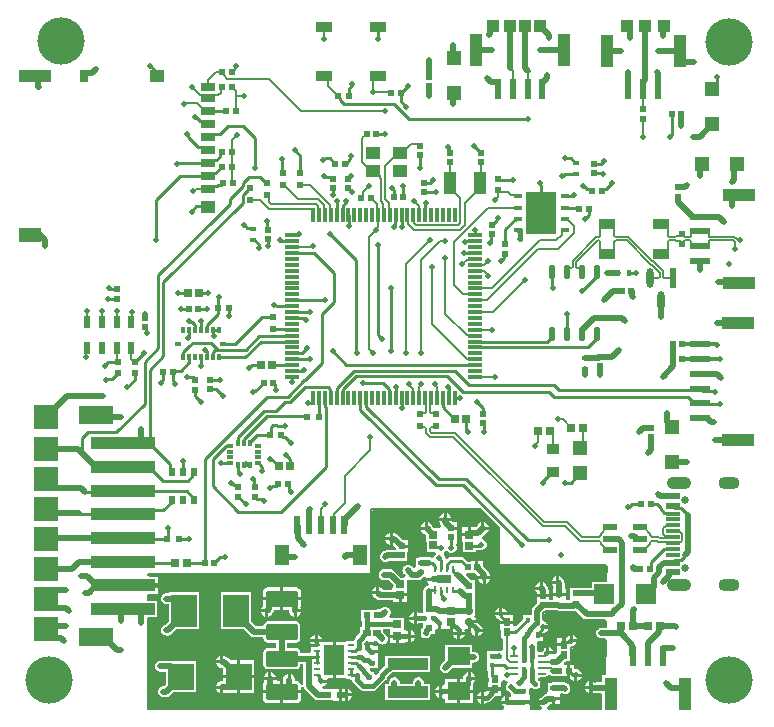
<source format=gtl>
%FSTAX23Y23*%
%MOIN*%
%SFA1B1*%

%IPPOS*%
%AMD10*
4,1,8,0.007900,-0.016700,0.007900,0.016700,0.003900,0.020700,-0.003900,0.020700,-0.007900,0.016700,-0.007900,-0.016700,-0.003900,-0.020700,0.003900,-0.020700,0.007900,-0.016700,0.0*
1,1,0.007874,0.003900,-0.016700*
1,1,0.007874,0.003900,0.016700*
1,1,0.007874,-0.003900,0.016700*
1,1,0.007874,-0.003900,-0.016700*
%
%AMD11*
4,1,8,0.009800,0.003900,-0.009800,0.003900,-0.011800,0.002000,-0.011800,-0.002000,-0.009800,-0.003900,0.009800,-0.003900,0.011800,-0.002000,0.011800,0.002000,0.009800,0.003900,0.0*
1,1,0.003937,0.009800,0.002000*
1,1,0.003937,-0.009800,0.002000*
1,1,0.003937,-0.009800,-0.002000*
1,1,0.003937,0.009800,-0.002000*
%
%AMD23*
4,1,8,-0.006900,0.008200,-0.006900,-0.008200,-0.003400,-0.011600,0.003400,-0.011600,0.006900,-0.008200,0.006900,0.008200,0.003400,0.011600,-0.003400,0.011600,-0.006900,0.008200,0.0*
1,1,0.006890,-0.003400,0.008200*
1,1,0.006890,-0.003400,-0.008200*
1,1,0.006890,0.003400,-0.008200*
1,1,0.006890,0.003400,0.008200*
%
%AMD24*
4,1,8,-0.053500,0.020200,-0.053500,-0.020200,-0.046800,-0.027000,0.046800,-0.027000,0.053500,-0.020200,0.053500,0.020200,0.046800,0.027000,-0.046800,0.027000,-0.053500,0.020200,0.0*
1,1,0.013484,-0.046800,0.020200*
1,1,0.013484,-0.046800,-0.020200*
1,1,0.013484,0.046800,-0.020200*
1,1,0.013484,0.046800,0.020200*
%
%AMD50*
4,1,8,-0.006200,-0.012500,0.006200,-0.012500,0.012500,-0.006200,0.012500,0.006200,0.006200,0.012500,-0.006200,0.012500,-0.012500,0.006200,-0.012500,-0.006200,-0.006200,-0.012500,0.0*
1,1,0.012500,-0.006200,-0.006200*
1,1,0.012500,0.006200,-0.006200*
1,1,0.012500,0.006200,0.006200*
1,1,0.012500,-0.006200,0.006200*
%
%AMD52*
4,1,8,-0.004800,0.008400,-0.004800,-0.008400,0.000000,-0.013200,0.000000,-0.013200,0.004800,-0.008400,0.004800,0.008400,0.000000,0.013200,0.000000,0.013200,-0.004800,0.008400,0.0*
1,1,0.009546,0.000000,0.008400*
1,1,0.009546,0.000000,-0.008400*
1,1,0.009546,0.000000,-0.008400*
1,1,0.009546,0.000000,0.008400*
%
%AMD56*
4,1,8,-0.020900,-0.011600,0.020900,-0.011600,0.023800,-0.008700,0.023800,0.008700,0.020900,0.011600,-0.020900,0.011600,-0.023800,0.008700,-0.023800,-0.008700,-0.020900,-0.011600,0.0*
1,1,0.005807,-0.020900,-0.008700*
1,1,0.005807,0.020900,-0.008700*
1,1,0.005807,0.020900,0.008700*
1,1,0.005807,-0.020900,0.008700*
%
%AMD66*
4,1,8,0.011900,-0.020700,0.011900,0.020700,0.000000,0.032600,0.000000,0.032600,-0.011900,0.020700,-0.011900,-0.020700,0.000000,-0.032600,0.000000,-0.032600,0.011900,-0.020700,0.0*
1,1,0.023720,0.000000,-0.020700*
1,1,0.023720,0.000000,0.020700*
1,1,0.023720,0.000000,0.020700*
1,1,0.023720,0.000000,-0.020700*
%
%AMD82*
4,1,8,-0.008200,-0.006900,0.008200,-0.006900,0.011600,-0.003400,0.011600,0.003400,0.008200,0.006900,-0.008200,0.006900,-0.011600,0.003400,-0.011600,-0.003400,-0.008200,-0.006900,0.0*
1,1,0.006890,-0.008200,-0.003400*
1,1,0.006890,0.008200,-0.003400*
1,1,0.006890,0.008200,0.003400*
1,1,0.006890,-0.008200,0.003400*
%
%AMD107*
4,1,8,-0.035400,0.000000,-0.035400,0.000000,-0.015700,-0.019700,0.015700,-0.019700,0.035400,0.000000,0.035400,0.000000,0.015700,0.019700,-0.015700,0.019700,-0.035400,0.000000,0.0*
1,1,0.039370,-0.015700,0.000000*
1,1,0.039370,-0.015700,0.000000*
1,1,0.039370,0.015700,0.000000*
1,1,0.039370,0.015700,0.000000*
%
%AMD108*
4,1,8,-0.041300,0.000000,-0.041300,0.000000,-0.021700,-0.019700,0.021700,-0.019700,0.041300,0.000000,0.041300,0.000000,0.021700,0.019700,-0.021700,0.019700,-0.041300,0.000000,0.0*
1,1,0.039370,-0.021700,0.000000*
1,1,0.039370,-0.021700,0.000000*
1,1,0.039370,0.021700,0.000000*
1,1,0.039370,0.021700,0.000000*
%
G04~CAMADD=10~8~0.0~0.0~413.4~157.5~39.4~0.0~15~0.0~0.0~0.0~0.0~0~0.0~0.0~0.0~0.0~0~0.0~0.0~0.0~270.0~158.0~414.0*
%ADD10D10*%
G04~CAMADD=11~8~0.0~0.0~236.2~78.7~19.7~0.0~15~0.0~0.0~0.0~0.0~0~0.0~0.0~0.0~0.0~0~0.0~0.0~0.0~0.0~236.2~78.7*
%ADD11D11*%
%ADD12R,0.023622X0.066929*%
%ADD13R,0.039370X0.106299*%
%ADD14R,0.078740X0.078740*%
%ADD15R,0.118110X0.062992*%
%ADD16R,0.216535X0.039370*%
%ADD17R,0.085039X0.088976*%
%ADD18R,0.023622X0.019685*%
%ADD19R,0.021654X0.031496*%
%ADD20R,0.020472X0.020472*%
%ADD21R,0.022538X0.024226*%
%ADD22R,0.020472X0.020472*%
G04~CAMADD=23~8~0.0~0.0~232.3~137.8~34.4~0.0~15~0.0~0.0~0.0~0.0~0~0.0~0.0~0.0~0.0~0~0.0~0.0~0.0~90.0~138.0~232.0*
%ADD23D23*%
G04~CAMADD=24~8~0.0~0.0~539.4~1070.9~67.4~0.0~15~0.0~0.0~0.0~0.0~0~0.0~0.0~0.0~0.0~0~0.0~0.0~0.0~90.0~1071.0~539.0*
%ADD24D24*%
%ADD25R,0.020866X0.009843*%
%ADD26R,0.066929X0.098425*%
%ADD27R,0.019685X0.019685*%
%ADD28R,0.023622X0.017716*%
%ADD29R,0.026476X0.026306*%
%ADD30R,0.015748X0.015748*%
%ADD31R,0.047244X0.070866*%
%ADD32R,0.023622X0.061024*%
%ADD33R,0.031656X0.029851*%
%ADD34R,0.027803X0.028666*%
%ADD35R,0.023622X0.043307*%
%ADD36R,0.013780X0.023228*%
%ADD37R,0.074803X0.051181*%
%ADD38R,0.110236X0.039370*%
%ADD39R,0.031496X0.039370*%
%ADD40R,0.047244X0.027559*%
%ADD41R,0.047244X0.039370*%
%ADD42R,0.047244X0.011811*%
%ADD43R,0.011811X0.047244*%
%ADD44R,0.024226X0.022538*%
%ADD45R,0.021654X0.021654*%
%ADD46R,0.055118X0.037401*%
%ADD47R,0.075047X0.061206*%
%ADD48R,0.023443X0.026105*%
%ADD49R,0.017716X0.023622*%
G04~CAMADD=50~8~0.0~0.0~250.0~250.0~62.5~0.0~15~0.0~0.0~0.0~0.0~0~0.0~0.0~0.0~0.0~0~0.0~0.0~0.0~180.0~250.0~250.0*
%ADD50D50*%
%ADD51R,0.026476X0.028163*%
G04~CAMADD=52~8~0.0~0.0~263.1~95.5~47.7~0.0~15~0.0~0.0~0.0~0.0~0~0.0~0.0~0.0~0.0~0~0.0~0.0~0.0~90.0~96.0~263.0*
%ADD52D52*%
%ADD53R,0.049212X0.025591*%
%ADD54R,0.019198X0.018601*%
%ADD55R,0.024409X0.025984*%
G04~CAMADD=56~8~0.0~0.0~476.4~232.3~29.0~0.0~15~0.0~0.0~0.0~0.0~0~0.0~0.0~0.0~0.0~0~0.0~0.0~0.0~180.0~476.0~232.0*
%ADD56D56*%
%ADD57R,0.043307X0.035433*%
%ADD58R,0.047244X0.047244*%
%ADD59R,0.045275X0.023622*%
%ADD60R,0.048031X0.049212*%
%ADD61O,0.021654X0.049212*%
%ADD62R,0.102362X0.141732*%
%ADD63R,0.029921X0.016535*%
%ADD64R,0.039370X0.110236*%
%ADD65R,0.039370X0.039370*%
G04~CAMADD=66~8~0.0~0.0~651.7~237.2~118.6~0.0~15~0.0~0.0~0.0~0.0~0~0.0~0.0~0.0~0.0~0~0.0~0.0~0.0~270.0~238.0~651.0*
%ADD66D66*%
%ADD67R,0.066929X0.023622*%
%ADD68R,0.110236X0.039370*%
%ADD69R,0.049212X0.048031*%
%ADD70R,0.106299X0.039370*%
%ADD71R,0.023622X0.021260*%
%ADD72R,0.018432X0.018601*%
%ADD73R,0.023622X0.023622*%
%ADD74R,0.017716X0.017716*%
%ADD75R,0.017716X0.017716*%
%ADD76R,0.021654X0.021654*%
%ADD77R,0.009546X0.026306*%
%ADD78R,0.045275X0.011811*%
%ADD79R,0.022369X0.022538*%
%ADD80R,0.026195X0.026476*%
%ADD81R,0.019685X0.015748*%
G04~CAMADD=82~8~0.0~0.0~232.3~137.8~34.4~0.0~15~0.0~0.0~0.0~0.0~0~0.0~0.0~0.0~0.0~0~0.0~0.0~0.0~180.0~232.0~138.0*
%ADD82D82*%
%ADD83R,0.025984X0.024409*%
%ADD84R,0.133858X0.038583*%
%ADD85R,0.021654X0.023622*%
%ADD86R,0.053150X0.035433*%
%ADD87R,0.051181X0.039370*%
%ADD88R,0.043307X0.074803*%
%ADD89R,0.023622X0.019685*%
%ADD90R,0.066929X0.066142*%
%ADD91R,0.019685X0.023622*%
%ADD92R,0.085000X0.107992*%
%ADD93R,0.023228X0.013780*%
%ADD94R,0.023719X0.065167*%
%ADD95C,0.019685*%
%ADD96C,0.017716*%
%ADD97C,0.015748*%
%ADD98C,0.009843*%
%ADD99C,0.007874*%
%ADD100C,0.010000*%
%ADD101C,0.011811*%
%ADD102C,0.008113*%
%ADD103C,0.006075*%
%ADD104C,0.015748*%
%ADD105C,0.019685*%
%ADD106C,0.157480*%
G04~CAMADD=107~8~0.0~0.0~393.7~708.7~196.9~0.0~15~0.0~0.0~0.0~0.0~0~0.0~0.0~0.0~0.0~0~0.0~0.0~0.0~90.0~708.0~394.0*
%ADD107D107*%
G04~CAMADD=108~8~0.0~0.0~393.7~826.8~196.9~0.0~15~0.0~0.0~0.0~0.0~0~0.0~0.0~0.0~0.0~0~0.0~0.0~0.0~90.0~827.0~393.0*
%ADD108D108*%
%ADD109C,0.025591*%
%ADD110C,0.019685*%
%ADD111C,0.019685*%
%ADD186C,0.005000*%
%ADD188C,0.010000*%
%LNrelia-1*%
%LPD*%
G54D186*
X01617Y00625D02*
Y00502D01*
X01973*
X01977Y00498*
X01976Y00448*
X01925*
Y00427*
X01897*
Y00428*
X01852*
Y0039*
X01849Y00388*
X01844Y0039*
Y00401*
X0182*
X01795*
Y00389*
X01787*
Y00398*
X01765*
X01742*
Y0038*
X01741Y00374*
X01731Y00364*
X01726Y00358*
X01725Y0035*
Y00339*
X01695*
Y00322*
X01674Y00301*
X01669Y00303*
Y00308*
X01645*
X0162*
Y00285*
X01622*
Y00255*
X0163*
Y00223*
X01624Y00219*
X01624Y0022*
X01619*
X01616*
X01611Y00219*
X01575*
Y00184*
Y0015*
X01579*
Y00132*
X0158Y00126*
X01582Y00122*
Y00114*
X0158*
Y00091*
X01605*
X01629*
Y00111*
X01629Y00111*
X01634Y00115*
X0164Y00112*
X01642*
X01644Y00107*
X01642Y00106*
X01639Y00099*
Y0009*
X01642Y00083*
X01648Y00077*
X01652Y00076*
X01656Y00072*
X01656Y00069*
X01655Y00066*
X01653Y00065*
X01647Y00068*
Y00047*
X01642*
Y00042*
X01621*
X01626Y00032*
X01632Y00026*
X01631Y00026*
X0163Y00022*
X00447*
Y0004*
Y00326*
X00483*
Y00386*
X00447*
Y00402*
X00485*
Y00432*
X00367*
Y00437*
X00485*
Y00467*
X00447*
Y00472*
X01192*
Y00687*
X01555*
X01617Y00625*
G54D188*
X01612Y00623D02*
Y00497D01*
X01971*
X01972Y00496*
X01971Y00453*
X0192*
Y00432*
X01902*
Y00433*
X01847*
Y00393*
X01848Y00394*
X01849Y00394*
Y00406*
X0182*
X0179*
Y00394*
X01792*
Y00403*
X01765*
X01737*
Y00381*
X01736Y00376*
X01727Y00367*
X01722Y0036*
X0172Y00351*
Y00344*
X0169*
Y00324*
X01672Y00307*
X01674Y00307*
Y00313*
X01645*
X01615*
Y0028*
X01617*
Y0025*
X01625*
Y00226*
X01624Y00225*
X01625Y00225*
X01619*
X01616*
X01611Y00224*
X0157*
Y00184*
Y00145*
X01574*
Y00131*
X01575Y00124*
X01577Y00121*
Y00119*
X01575*
Y00086*
X01605*
X01634*
Y0011*
X01633Y00108*
X01634Y00109*
X01639Y00107*
X01638*
X01638Y00109*
X01638Y00109*
X01634Y001*
Y00089*
X01638Y0008*
X01645Y00073*
X01649Y00071*
X01651Y0007*
X01651Y0007*
X01651Y0007*
X01653Y00071*
X01642Y00075*
Y00052*
X0164Y0005*
X01639Y00047*
X01614*
X01621Y00029*
X01611Y0004*
X01627Y00033*
X01626Y00027*
X00452*
Y0004*
Y00321*
X00488*
Y00391*
X00452*
Y00397*
X0049*
Y00437*
X00372*
X0037Y00435*
X0049Y00432*
Y00472*
X00452*
Y00467*
X01197*
Y00682*
X01553*
X01612Y00623*
X00453Y00032D02*
X01626D01*
X00453Y00042D02*
X01616D01*
X00453Y00052D02*
X0164D01*
X00453Y00062D02*
X0164D01*
X00453Y00072D02*
X0164D01*
X01651D02*
X0165D01*
X00453Y00082D02*
X01638D01*
X00453Y00092D02*
X01574D01*
X01635D02*
X01634D01*
X00453Y00102D02*
X01574D01*
X01635D02*
X01634D01*
X00453Y00112D02*
X01574D01*
X00453Y00122D02*
X01576D01*
X00453Y00132D02*
X01572D01*
X00453Y00142D02*
X01572D01*
X00453Y00152D02*
X0157D01*
X00453Y00162D02*
X0157D01*
X00453Y00172D02*
X0157D01*
X00453Y00182D02*
X0157D01*
X00453Y00192D02*
X0157D01*
X00453Y00202D02*
X0157D01*
X00453Y00212D02*
X0157D01*
X00453Y00222D02*
X0157D01*
X00453Y00232D02*
X01624D01*
X00453Y00242D02*
X01624D01*
X00453Y00252D02*
X01616D01*
X00453Y00262D02*
X01616D01*
X00453Y00272D02*
X01616D01*
X00453Y00282D02*
X01614D01*
X00453Y00292D02*
X01614D01*
X00453Y00302D02*
X01614D01*
X00453Y00312D02*
X01614D01*
X01675D02*
X01676D01*
X00491Y00322D02*
X01686D01*
X00491Y00332D02*
X01688D01*
X00491Y00342D02*
X01688D01*
X00491Y00352D02*
X0172D01*
X00491Y00362D02*
X01722D01*
X00491Y00372D02*
X0173D01*
X00491Y00382D02*
X01736D01*
X00453Y00392D02*
X01736D01*
X00493Y00402D02*
X01736D01*
X01793D02*
X01792D01*
X01849D02*
X01848D01*
X00493Y00412D02*
X01846D01*
X00493Y00422D02*
X01846D01*
X00493Y00432D02*
X01846D01*
X00493Y00442D02*
X0192D01*
X00493Y00452D02*
X0192D01*
X00493Y00462D02*
X01972D01*
X01199Y00472D02*
X01972D01*
X01199Y00482D02*
X01972D01*
X01199Y00492D02*
X01972D01*
X01199Y00502D02*
X0161D01*
X01199Y00512D02*
X0161D01*
X01199Y00522D02*
X0161D01*
X01199Y00532D02*
X0161D01*
X01199Y00542D02*
X0161D01*
X01199Y00552D02*
X0161D01*
X01199Y00562D02*
X0161D01*
X01199Y00572D02*
X0161D01*
X01199Y00582D02*
X0161D01*
X01199Y00592D02*
X0161D01*
X01199Y00602D02*
X0161D01*
X01199Y00612D02*
X0161D01*
X01199Y00622D02*
X0161D01*
X01199Y00632D02*
X01602D01*
X01199Y00642D02*
X01592D01*
X01199Y00652D02*
X01582D01*
X01199Y00662D02*
X01572D01*
X01199Y00672D02*
X01562D01*
G54D186*
X01797Y00347D02*
X01812D01*
X01818Y00345*
X01867*
X01873Y00346*
X01896Y00323*
X01903Y00319*
X0191Y00317*
X01971*
X01975Y00313*
X01975Y00295*
X01959*
X01958Y00295*
X01955*
X01954Y00294*
X01952Y00294*
X0195Y00292*
X01948Y00292*
X01947Y0029*
X01945Y00289*
X01944Y00287*
X01942Y00286*
X01942Y00284*
X0194Y00282*
X0194Y0028*
X01939Y00279*
Y00276*
X01939Y00275*
X01939Y00273*
Y0027*
X0194Y00269*
X0194Y00267*
X01942Y00265*
X01942Y00263*
X01944Y00262*
X01945Y0026*
X01947Y00259*
X01948Y00257*
X0195Y00257*
X01952Y00255*
X01954Y00255*
X01955Y00254*
X01958*
X01959Y00254*
X0197*
X01974Y0025*
X01973Y00139*
X0196*
Y00114*
X01937*
X01937Y00113*
X01927Y00118*
Y00095*
Y00073*
X0196*
Y00022*
X01784Y00022*
X01783Y00026*
X01782Y00026*
X01788Y00032*
X01789Y00034*
X01797*
Y00053*
X01802*
Y00058*
X01824*
Y00072*
X01828Y00072*
X01828Y00072*
X0183Y00072*
X01832Y0007*
X01834Y0007*
X01835Y00069*
X01838*
X0184Y00069*
X01841Y00069*
X01844*
X01845Y0007*
X01847Y0007*
X01849Y00072*
X01851Y00072*
X01852Y00074*
X01854Y00075*
X01855Y00077*
X01857Y00078*
X01857Y0008*
X01859Y00082*
X01859Y00084*
X0186Y00085*
Y00088*
X0186Y0009*
X0186Y00091*
Y00094*
X01859Y00095*
X01859Y00097*
X01857Y00099*
X01857Y00101*
X01855Y00102*
X01854Y00104*
X0185Y00108*
X01844Y00112*
X01836Y00114*
X01799*
X01793Y00112*
X01777*
Y00082*
X01776Y00076*
X01773Y00074*
X01772Y00074*
X01765Y0007*
X01761Y00065*
X01757Y00063*
X01751Y00057*
X01746Y00047*
X01767*
Y00042*
X01746*
X01751Y00032*
X01757Y00026*
X01756Y00026*
X01755Y00022*
X01725*
X01724Y00027*
X01724Y00027*
Y00043*
X01702*
Y00048*
X01724*
Y00065*
X01722Y00072*
Y00087*
X01726Y00089*
X01728Y00087*
X01735Y00084*
X01744*
X01751Y00087*
X01757Y00093*
X0176Y001*
Y00109*
X01757Y00116*
X01753Y0012*
X01753Y00121*
X01754Y00124*
X01771*
X01776Y00125*
X0178Y00128*
X01782Y00131*
X01783Y00132*
X01788Y00133*
X01792Y0013*
X01799Y00129*
X01818*
X01823Y0013*
X01829*
Y00128*
X01848*
Y0015*
Y00171*
X0184*
X01838Y00175*
X01841Y00179*
X01857*
Y00211*
X01859*
Y00227*
X01864*
X01872Y00231*
X01878Y00237*
X01883Y00247*
X01862*
Y00252*
X01857*
Y00273*
X01847Y00268*
X01841Y00262*
X0184Y00262*
X01837*
Y00239*
X01832*
Y00234*
X0181*
Y00213*
X0181Y00211*
X01805Y00207*
X01803Y00207*
X01782*
Y00212*
X01777*
Y00233*
X01767Y00228*
X01761Y00222*
X01757Y00214*
Y00214*
X01752*
X01748Y00219*
Y00221*
X0175Y00225*
Y00234*
X01747Y00241*
X01747Y0024*
X01749Y00245*
X0177*
Y00267*
X01751*
Y00272*
X01769*
X01777Y00275*
X01784Y00282*
X01788Y00292*
X01767*
Y00297*
X01788*
X01784Y00307*
X01777Y00313*
X01769Y00317*
X01769*
X01766Y00321*
Y00341*
X01773Y00348*
X01783*
X01797Y00348*
Y00347*
G54D188*
X01792Y00342D02*
X01811D01*
X01818Y0034*
X01867*
X01871Y00341*
X01893Y00319*
X01901Y00314*
X0191Y00312*
X01969*
X0197Y00311*
X0197Y003*
X01959*
X01957Y003*
X01954*
X01952Y00299*
X0195Y00298*
X01948Y00297*
X01945Y00296*
X01943Y00294*
X01941Y00293*
X0194Y00291*
X01938Y00289*
X01937Y00286*
X01936Y00284*
X01935Y00282*
X01934Y0028*
Y00277*
X01934Y00275*
X01934Y00272*
Y00269*
X01935Y00267*
X01936Y00265*
X01937Y00263*
X01938Y0026*
X0194Y00258*
X01941Y00256*
X01943Y00255*
X01945Y00253*
X01948Y00252*
X0195Y00251*
X01952Y0025*
X01954Y00249*
X01957*
X01959Y00249*
X01968*
X01969Y00248*
X01968Y00144*
X01955*
Y00119*
X01925*
X01916Y00128*
X01922Y00125*
Y00095*
Y00068*
X01955*
Y00027*
X01788*
X01787Y00033*
X01803Y0004*
X01793Y00029*
X01793Y00029*
X01802*
Y00048*
X01805Y00051*
X01805Y00053*
X01829*
Y00067*
X01839Y00068*
X01849Y00058*
X01828Y00067*
X0183Y00066*
X01832Y00065*
X01834Y00064*
X01837*
X0184Y00064*
X01842Y00064*
X01845*
X01847Y00065*
X01849Y00066*
X01851Y00067*
X01854Y00068*
X01856Y0007*
X01858Y00071*
X01859Y00073*
X01861Y00075*
X01862Y00078*
X01863Y0008*
X01864Y00082*
X01865Y00084*
Y00087*
X01865Y0009*
X01865Y00092*
Y00095*
X01864Y00097*
X01863Y00099*
X01862Y00101*
X01861Y00104*
X01859Y00106*
X01858Y00107*
X01853Y00112*
X01846Y00117*
X01837Y00119*
X01799*
X01792Y00117*
X01772*
Y00083*
X01771Y00079*
X01771Y00079*
X0177Y00079*
X01762Y00073*
X01758Y00069*
X01754Y00068*
X01746Y0006*
X01739Y00042*
X01762*
X01765Y00045*
X01738Y00048*
X01746Y00029*
X01736Y0004*
X01752Y00033*
X01751Y00027*
X01729*
X01729Y00027*
Y00048*
X01707*
X01705Y00046*
X01729Y00043*
Y00066*
X01727Y00073*
Y00084*
X01725Y00083*
X01725Y00083*
X01734Y00079*
X01745*
X01754Y00083*
X01761Y0009*
X01765Y00099*
Y0011*
X01761Y00119*
X01758Y00121*
X01758Y0012*
X01758Y00119*
X01772*
X01778Y0012*
X01783Y00124*
X01785Y00127*
X01785Y00127*
X01787Y00127*
X0179Y00126*
X01799Y00124*
X01819*
X01823Y00125*
X01824*
Y00123*
X01853*
Y0015*
Y00176*
X01843*
X01844Y00174*
X01844Y00174*
X01862*
Y00206*
X01864*
Y00222*
X01865*
X01875Y00226*
X01883Y00234*
X0189Y00252*
X01867*
X01865Y00255*
X01862Y00255*
Y0028*
X01844Y00273*
X01836Y00265*
X01837Y00267*
X01832*
Y00244*
X0183Y00241*
X01829Y00239*
X01805*
Y00213*
X01805Y00213*
X01804Y00212*
X01804Y00212*
X01787*
X01785Y00215*
X01782Y00215*
Y0024*
X01764Y00233*
X01756Y00225*
X01762Y00239*
Y00219*
X01755*
X01753Y00221*
Y0022*
X01755Y00224*
Y00235*
X01761Y0022*
X01749Y00232*
X01753Y0024*
X01775*
Y00272*
X01756*
X01753Y0027*
X0177Y00267*
X0178Y00271*
X01788Y00279*
X01795Y00297*
X01772*
X0177Y00294*
X01796Y00291*
X01788Y0031*
X0178Y00318*
X01794Y00312*
X0178*
X01771Y00322*
Y00339*
X01775Y00343*
X01783*
X01792Y00343*
Y00342*
X0171Y00048D02*
Y00047D01*
X0172Y00046D02*
Y00047D01*
X0173Y00028D02*
Y00081D01*
X0174Y00028D02*
Y00041D01*
Y00046D02*
Y00045D01*
Y0005D02*
Y00079D01*
X0175Y00028D02*
Y00033D01*
Y00044D02*
Y00047D01*
Y00066D02*
Y00081D01*
Y00232D02*
Y00233D01*
X0176Y00044D02*
Y00045D01*
Y00074D02*
Y00089D01*
Y0012D02*
Y00119D01*
Y00222D02*
Y00239D01*
Y0027D02*
Y00271D01*
X0177Y0008D02*
Y00117D01*
Y00238D02*
Y00239D01*
Y0027D02*
Y00271D01*
Y00296D02*
Y00295D01*
X0178Y0012D02*
Y00121D01*
Y00242D02*
Y00271D01*
Y00296D02*
Y00295D01*
Y00314D02*
Y00344D01*
X0179Y00028D02*
Y00033D01*
Y0012D02*
Y00125D01*
Y00214D02*
Y00283D01*
Y00294D02*
Y00295D01*
Y00308D02*
Y00344D01*
X018Y00028D02*
Y00029D01*
Y00038D02*
Y00037D01*
Y0012D02*
Y00123D01*
Y00214D02*
Y00341D01*
X0181Y00028D02*
Y00053D01*
Y0012D02*
Y00123D01*
Y0024D02*
Y00341D01*
X0182Y00028D02*
Y00053D01*
Y0012D02*
Y00123D01*
Y0024D02*
Y00339D01*
X0183Y00028D02*
Y00065D01*
Y0012D02*
Y00121D01*
Y00244D02*
Y00339D01*
X0184Y00028D02*
Y00067D01*
Y0012D02*
Y00121D01*
Y0027D02*
Y00339D01*
X0185Y00028D02*
Y00065D01*
Y00116D02*
Y00121D01*
Y00176D02*
Y00175D01*
Y00278D02*
Y00339D01*
X0186Y00028D02*
Y00073D01*
Y00108D02*
Y00173D01*
Y00282D02*
Y00339D01*
X0187Y00028D02*
Y00225D01*
Y00254D02*
Y00339D01*
X0188Y00028D02*
Y00231D01*
Y00254D02*
Y00331D01*
X0189Y00028D02*
Y00249D01*
Y00254D02*
Y00321D01*
X019Y00028D02*
Y00313D01*
X0191Y00028D02*
Y00311D01*
X0192Y00028D02*
Y00311D01*
X0193Y00028D02*
Y00067D01*
Y0012D02*
Y00311D01*
X0194Y00028D02*
Y00067D01*
Y0012D02*
Y00257D01*
Y00294D02*
Y00311D01*
X0195Y00028D02*
Y00067D01*
Y0012D02*
Y00249D01*
Y003D02*
Y00311D01*
X0196Y00146D02*
Y00247D01*
Y00302D02*
Y00311D01*
X0197Y00304D02*
Y00311D01*
%LNrelia-2*%
%LPC*%
G36*
X01445Y00674D02*
Y0066D01*
X01459*
X01456Y00666*
X01451Y00671*
X01445Y00674*
G37*
G36*
X01435D02*
X01428Y00671D01*
X01423Y00666*
X0142Y0066*
X01435*
Y00674*
G37*
G36*
X0157Y00644D02*
Y0063D01*
X01584*
X01581Y00636*
X01576Y00641*
X0157Y00644*
G37*
G36*
X01372D02*
X01366Y00641D01*
X0136Y00636*
X01358Y0063*
X01372*
Y00644*
G37*
G36*
X01461Y0065D02*
X0142D01*
X01421Y00646*
Y00645*
X01423Y00638*
X01425Y00634*
X01426Y00632*
X01426Y00631*
X01422Y00626*
X0142Y00626*
X01416*
X01401*
X01396Y00631*
X01394Y00636*
X01388Y00641*
X01382Y00644*
Y00625*
X01377*
Y0062*
X01358*
X0136Y00613*
X01366Y00608*
X0137Y00606*
X01376Y00601*
Y00577*
X01378*
Y00545*
X01404*
X01407Y00537*
X01404Y00535*
X01402Y00529*
X01401Y00528*
X01394Y00525*
X01391Y00527*
X01384Y00528*
X0136*
X01353Y00527*
X01351Y00526*
X01342*
Y00512*
X01341Y0051*
X01342Y00509*
Y00494*
X01334Y00491*
X01327Y00497*
X01326Y00498*
X01325Y005*
X01323Y005*
X01321Y00501*
X0132Y00502*
X01318Y00502*
X01316*
X01315Y00503*
X01313Y00502*
X01311*
X01309Y00502*
X01308Y00501*
X01306Y005*
X01304Y005*
X01303Y00498*
X01302Y00497*
X01301Y00496*
X01299Y00495*
X01299Y00493*
X01298Y00491*
X01297Y0049*
X01297Y00488*
Y00486*
X01296Y00485*
X01297Y00483*
Y00481*
X01297Y00479*
X01298Y00478*
X01299Y00476*
X01299Y00474*
X01301Y00473*
X01302Y00472*
X01307Y00467*
X01303Y00459*
X01293*
X0127Y00482*
X01264Y00486*
X01257Y00488*
X01235*
X01233Y00487*
X01231*
X01229Y00487*
X01228Y00486*
X01226Y00485*
X01224Y00485*
X01223Y00483*
X01222Y00482*
X01221Y00481*
X01219Y0048*
X01219Y00478*
X01218Y00476*
X01217Y00475*
X01217Y00473*
Y00471*
X01216Y0047*
X01217Y00468*
Y00466*
X01217Y00464*
X01218Y00463*
X01219Y00461*
X01219Y00459*
X01221Y00458*
X01222Y00457*
X01223Y00456*
X01224Y00454*
X01226Y00454*
X01228Y00453*
X01229Y00452*
X01231Y00452*
X01233*
X01235Y00451*
X0125*
X01267Y00434*
X01266Y00427*
X01262Y0042*
X01232*
X01231Y00421*
X01226Y00426*
X0122Y00429*
Y0041*
X01215*
Y00405*
X01195*
X01198Y00398*
X01203Y00393*
X01208Y00391*
X01209Y00389*
X01215Y00386*
X01222Y00384*
X01266*
Y00378*
X01285*
Y00402*
X0129*
Y00407*
X01313*
Y00427*
X01311*
Y00451*
X01312Y00452*
X01319Y00455*
X01323Y00453*
X0133Y00451*
X0135*
X01357Y00453*
X01363Y00457*
X01369Y00463*
X01373*
X01378Y0046*
X014*
Y0045*
X0138*
X01383Y00443*
X01386Y0044*
X01385Y00438*
X01383Y00432*
X01378Y00431*
X01372Y00427*
X01368Y00421*
X01366Y00415*
Y00376*
X01365*
Y00342*
X01351*
X01351*
X01345Y00344*
Y00325*
Y00305*
X01351Y00307*
X01351*
X01351*
X01365*
Y00296*
X01364Y00295*
X0136Y0029*
X01359Y00284*
X01357Y00278*
Y00271*
X01359Y00264*
X01364Y00259*
X01371Y00257*
X01378*
X01385Y00259*
X0139Y00264*
X01392Y00271*
Y00273*
X01404*
Y00286*
X01412Y00291*
X01415Y0029*
Y0031*
X01425*
Y0029*
X01428Y00292*
X01436Y00288*
Y00287*
X01455*
Y00311*
X01465*
Y00282*
X01466Y00281*
X01465Y0028*
X01504*
X01502Y00284*
X01506Y00289*
X01507Y0029*
X01513Y00289*
X01515*
Y00312*
X0152*
Y00317*
X01542*
Y00318*
X01541Y00325*
X01537Y0033*
X01536Y00331*
X01539Y00335*
X0154Y00341*
Y00353*
X01539Y00359*
X01538Y00361*
Y00378*
X01538*
Y00414*
Y00451*
X01526*
X01508Y00469*
X01511Y00476*
X01525*
Y00474*
X0154*
X0155Y00465*
X01589*
X01588Y00468*
Y0047*
X01586Y00477*
X01582Y00483*
X01565Y005*
Y00515*
X0155*
Y00495*
X0154*
Y00515*
X01525*
Y00513*
X01514*
X01502Y00525*
X01497Y00528*
X01492Y00529*
X01457*
X01452Y00528*
X01448Y00525*
X01445Y00523*
X01437Y00526*
Y00528*
X01435Y00535*
X01434Y00536*
X01435Y00544*
X01437Y00547*
X01442Y00549*
X01447Y00547*
X01449Y00544*
X01456Y00542*
X01463*
X0147Y00544*
X01475Y00549*
X01477Y00556*
Y00563*
X01475Y00568*
X01478Y00576*
Y00605*
X0148*
Y0062*
X0146*
Y0063*
X0148*
Y00645*
X01465*
X01461Y0065*
G37*
G36*
X01515Y00627D02*
X01496D01*
Y00608*
X01515*
Y00627*
G37*
G36*
X01255Y00609D02*
X01248Y00606D01*
X01243Y00601*
X0124Y00595*
X01255*
Y00609*
G37*
G36*
Y00585D02*
X0124D01*
X01243Y00578*
X01248Y00573*
X01255Y0057*
Y00585*
G37*
G36*
X0156Y00644D02*
X01553Y00641D01*
X01548Y00636*
X01546Y00631*
X01542Y00627*
X01525*
Y00603*
X0152*
Y00598*
X01496*
Y00579*
X01498*
Y00544*
X01541*
Y00553*
X01553*
X01554Y00553*
X01556Y00552*
X01563*
X0157Y00554*
X01575Y00559*
X01577Y00566*
Y00573*
X01575Y0058*
X0157Y00585*
X01563Y00587*
X01561Y00594*
X01561Y00595*
X01571Y00606*
X01576Y00608*
X01581Y00613*
X01584Y0062*
X01565*
Y00625*
X0156*
Y00644*
G37*
G36*
X01265Y00609D02*
Y0059D01*
Y0057*
X01274Y0056*
Y00552*
X01244*
X01237Y0055*
X01231Y00547*
X01227Y00542*
X01226Y00541*
X01224Y0054*
X01224Y00538*
X01223Y00536*
X01222Y00535*
X01222Y00533*
Y00531*
X01221Y0053*
X01222Y00528*
Y00526*
X01222Y00524*
X01223Y00523*
X01224Y00521*
X01224Y00519*
X01226Y00518*
X01227Y00517*
X01228Y00516*
X01229Y00514*
X01231Y00514*
X01233Y00513*
X01234Y00512*
X01236Y00512*
X01238*
X0124Y00511*
X01241Y00512*
X01243*
X01245Y00512*
X01246Y00513*
X01248Y00514*
X0125Y00514*
X01251Y00516*
X01276*
Y00516*
X01313*
Y00545*
X01315*
Y0056*
X01295*
Y0057*
X01315*
Y00585*
X013*
X01283Y00602*
X01277Y00606*
X0127Y00608*
X01268*
X01265Y00609*
G37*
G36*
X0181Y00464D02*
X01803Y00461D01*
X01798Y00456*
X01795Y0045*
X0181*
Y00464*
G37*
G36*
X01589Y00455D02*
X01575D01*
Y0044*
X01581Y00443*
X01586Y00448*
X01589Y00455*
G37*
G36*
X01565D02*
X0155D01*
X01553Y00448*
X01558Y00443*
X01565Y0044*
Y00455*
G37*
G36*
X01755Y00444D02*
X01748Y00441D01*
X01743Y00436*
X0174Y0043*
X01755*
Y00444*
G37*
G36*
X0121Y00429D02*
X01203Y00426D01*
X01198Y00421*
X01195Y00415*
X0121*
Y00429*
G37*
G36*
X0182Y00464D02*
Y00445D01*
X01815*
Y0044*
X01795*
X01798Y00433*
X01801Y0043*
X018Y00422*
X01798*
Y00408*
X0182*
X01841*
Y00422*
X01838*
Y0044*
X01836Y00446*
X01834Y0045*
X01831Y00456*
X01826Y00461*
X0182Y00464*
G37*
G36*
X01765Y00444D02*
Y00425D01*
X0176*
Y0042*
X0174*
X01743Y00413*
X01744Y00412*
Y00405*
X01765*
X01785*
Y0042*
X01782*
X01781Y00427*
X01779Y0043*
X01776Y00436*
X01771Y00441*
X01765Y00444*
G37*
G36*
X00941Y00428D02*
X009D01*
Y00395*
X00958*
Y00411*
X00957Y00417*
X00953Y00423*
X00948Y00426*
X00941Y00428*
G37*
G36*
X0089D02*
X00848D01*
X00841Y00426*
X00836Y00423*
X00832Y00417*
X00831Y00411*
Y00395*
X0089*
Y00428*
G37*
G36*
X01313Y00397D02*
X01295D01*
Y00378*
X01313*
Y00397*
G37*
G36*
X0163Y00359D02*
Y00345D01*
X01644*
X01641Y00351*
X01636Y00356*
X0163Y00359*
G37*
G36*
X0162D02*
X01613Y00356D01*
X01608Y00351*
X01605Y00345*
X0162*
Y00359*
G37*
G36*
X00959Y00345D02*
X00945D01*
Y0033*
X00951Y00333*
X00956Y00338*
X00959Y00345*
G37*
G36*
X00958Y00385D02*
X009D01*
Y00353*
X0092*
Y00346*
X00923Y00338*
X00928Y00333*
X00935Y0033*
Y0035*
X0094*
Y00355*
X00959*
X00956Y00361*
X00956Y00361*
Y00362*
X00957Y00364*
X00958Y0037*
Y00385*
G37*
G36*
X0089D02*
X00831D01*
Y0037*
X00832Y00365*
X00828Y00361*
X00825Y00355*
X00845*
Y0035*
X0085*
Y0033*
X00856Y00333*
X00861Y00338*
X00863Y00343*
X00864Y00343*
X00867Y00349*
X00868Y00353*
X0089*
Y00385*
G37*
G36*
X0084Y00345D02*
X00825D01*
X00828Y00338*
X00833Y00333*
X0084Y0033*
Y00345*
G37*
G36*
X01335Y00344D02*
X01328Y00341D01*
X01323Y00336*
X0132Y0033*
X01335*
Y00344*
G37*
G36*
X01645Y00335D02*
X01605D01*
X01608Y00328*
X01613Y00323*
X01617Y00321*
X01617Y00321*
X01622Y00316*
X01645*
X01666*
Y00334*
X01646*
X01645Y00335*
G37*
G36*
X01335Y0032D02*
X0132D01*
X01323Y00313*
X01328Y00308*
X01335Y00305*
Y0032*
G37*
G36*
X01325Y00284D02*
Y0027D01*
X01339*
X01336Y00276*
X01331Y00281*
X01325Y00284*
G37*
G36*
X00618Y00411D02*
X00517D01*
Y00408*
X0051*
X00508Y00407*
X00506*
X00504Y00407*
X00503Y00406*
X00501Y00405*
X00499Y00405*
X00498Y00403*
X00497Y00402*
X00496Y00401*
X00494Y004*
X00494Y00398*
X00493Y00396*
X00492Y00395*
X00492Y00393*
Y00391*
X00491Y0039*
X00492Y00388*
Y00386*
X00492Y00384*
X00493Y00383*
X00494Y00381*
X00494Y00379*
X00496Y00378*
X00497Y00377*
X00498Y00376*
X00499Y00374*
X00501Y00374*
X00503Y00373*
X00504Y00372*
X00506Y00372*
X00508*
X0051Y00371*
X00517*
Y00313*
X00506Y00302*
X00506*
X00504Y00302*
X00503Y00301*
X00501Y003*
X00499Y003*
X00498Y00298*
X00497Y00297*
X00496Y00296*
X00494Y00295*
X00494Y00293*
X00493Y00291*
X00492Y0029*
X00492Y00288*
Y00286*
X00491Y00285*
X00492Y00283*
Y00281*
X00492Y00279*
X00493Y00278*
X00494Y00276*
X00494Y00274*
X00496Y00273*
X00497Y00272*
X00498Y00271*
X00499Y00269*
X00501Y00269*
X00503Y00268*
X00504Y00267*
X00506Y00267*
X00508*
X0051Y00266*
X00514*
X00521Y00268*
X00527Y00272*
X00543Y00288*
X00618*
Y00411*
G37*
G36*
X01564Y0028D02*
X0155D01*
Y00265*
X01556Y00268*
X01561Y00273*
X01564Y0028*
G37*
G36*
X01547Y00307D02*
X01525D01*
Y00284*
X01525Y00284*
Y00281*
X01528Y00273*
X01533Y00268*
X0154Y00265*
Y00285*
X01545*
Y0029*
X01564*
X01561Y00296*
X01556Y00301*
X01551Y00303*
X01547Y00307*
G37*
G36*
X01504Y0027D02*
X0149D01*
Y00255*
X01496Y00258*
X01501Y00263*
X01504Y0027*
G37*
G36*
X0148D02*
X01465D01*
X01468Y00263*
X01473Y00258*
X0148Y00255*
Y0027*
G37*
G36*
X01015Y00269D02*
Y00255D01*
X01029*
X01026Y00261*
X01021Y00266*
X01015Y00269*
G37*
G36*
X01005D02*
X00998Y00266D01*
X00993Y00261*
X0099Y00255*
X01005*
Y00269*
G37*
G36*
X01339Y0026D02*
X01325D01*
Y00245*
X01331Y00248*
X01336Y00253*
X01339Y0026*
G37*
G36*
X0124Y00363D02*
X01238Y00362D01*
X01236*
X01234Y00362*
X01233Y00361*
X01231Y0036*
X01229Y0036*
X01228Y00358*
X01227Y00357*
X01223Y00354*
X01213*
X01211Y00353*
X01158*
Y00316*
X01161*
Y00295*
X01156*
Y00277*
X01141Y00262*
X01137Y00256*
X01136Y0025*
X0113Y00247*
X01108*
Y00244*
X01075*
Y00185*
Y00125*
X01108*
Y00122*
X0112*
X01128Y0012*
X01129Y00114*
X01132Y00109*
X01154Y00087*
X01159Y00084*
X01165Y00083*
X01194*
X01199*
X01202Y00083*
Y00083*
X01205Y00084*
X0121Y00087*
X01241Y00118*
X01244Y00123*
X01245Y00127*
X01262Y00144*
X01389*
Y00198*
X0124*
Y00167*
X01218Y00145*
X01215Y0014*
X01214Y00138*
X0121Y00135*
X01202Y00139*
Y00146*
X01192*
X01187Y00152*
X0119Y00159*
X01214*
Y00187*
X01216Y00194*
Y00208*
X01195*
Y00218*
X01216*
Y00232*
X01202*
X012Y00235*
X0118*
Y00245*
X012*
X01204Y00251*
X0121Y00252*
X01213Y00249*
X01213Y00248*
X01214Y00246*
X01214Y00244*
X01216Y00243*
X01217Y00242*
X01218Y00241*
X01219Y00239*
X01221Y00239*
X01223Y00238*
X01224Y00237*
X01226Y00237*
X01228*
X0123Y00236*
X01231Y00237*
X01233*
X01235Y00237*
X01236Y00238*
X01238Y00239*
X0124Y00239*
X01241Y00241*
X01242Y00242*
X01243Y00243*
X01245Y00244*
X01245Y00246*
X01246Y00248*
X01247Y00249*
X01247Y00251*
Y00253*
X01248Y00255*
Y00258*
X01246Y00265*
X01242Y0027*
X01233Y0028*
Y00288*
X01249*
X01256Y00288*
Y0027*
X0128*
Y00265*
X01285*
Y00242*
X01303*
Y00242*
X01304Y00244*
X01311Y00247*
X01315Y00245*
Y00265*
Y00284*
X01311Y00282*
X01304Y00285*
X01303Y00287*
Y00288*
X01301*
Y00325*
X01258*
X01257Y00325*
X01254Y00329*
X01253Y00333*
X01253Y00333*
X01255Y00334*
X01255Y00336*
X01256Y00338*
X01257Y00339*
X01257Y00341*
Y00343*
X01258Y00345*
X01257Y00346*
Y00348*
X01257Y0035*
X01256Y00351*
X01255Y00353*
X01255Y00355*
X01253Y00356*
X01252Y00357*
X01251Y00358*
X0125Y0036*
X01248Y0036*
X01246Y00361*
X01245Y00362*
X01243Y00362*
X01241*
X0124Y00363*
G37*
G36*
X01275Y0026D02*
X01256D01*
Y00242*
X01275*
Y0026*
G37*
G36*
X0069Y00199D02*
X00683Y00196D01*
X00678Y00191*
X00675Y00185*
X0069*
Y00199*
G37*
G36*
X0153Y00236D02*
X01439D01*
Y00185*
X01427Y00172*
X01426Y00171*
X01424Y0017*
X01424Y00168*
X01423Y00166*
X01422Y00165*
X01422Y00163*
Y00161*
X01421Y0016*
Y0016*
X01422Y00158*
Y00156*
X01422Y00154*
X01423Y00153*
X01424Y00151*
X01424Y00149*
X01426Y00148*
X01427Y00147*
X01428Y00146*
X01429Y00144*
X01431Y00144*
X01433Y00143*
X01434Y00142*
X01436Y00142*
X01438*
X0144Y00141*
X01441Y00142*
X01443*
X01445Y00142*
X01446Y00143*
X01448Y00144*
X0145Y00144*
X01451Y00146*
X01452Y00147*
X01452Y00147*
X01465Y00159*
X0153*
Y00176*
X01535*
X01536Y00177*
X01538*
X0154Y00177*
X01541Y00178*
X01543Y00179*
X01545Y00179*
X01546Y00181*
X01547Y00182*
X01548Y00183*
X0155Y00184*
X0155Y00186*
X01551Y00188*
X01552Y00189*
X01552Y00191*
Y00193*
X01553Y00195*
X01552Y00196*
Y00198*
X01552Y002*
X01551Y00201*
X0155Y00203*
X0155Y00205*
X01548Y00206*
X01547Y00207*
X01546Y00208*
X01545Y0021*
X01543Y0021*
X01541Y00211*
X0154Y00212*
X01538Y00212*
X01536*
X01535Y00213*
X0153*
Y00236*
G37*
G36*
X00803Y00184D02*
X00756D01*
Y00135*
X00803*
Y00184*
G37*
G36*
X007Y00199D02*
Y0018D01*
X00695*
Y00175*
X00675*
X00678Y00168*
X00683Y00163*
X00691Y0016*
X00697*
X00698Y00158*
Y00135*
X00746*
Y00184*
X00724*
X00716Y00192*
X0071Y00196*
X00703Y00198*
X00703*
X007Y00199*
G37*
G36*
X01525Y00144D02*
Y0013D01*
X01539*
X01536Y00136*
X01531Y00141*
X01525Y00144*
G37*
G36*
X0086D02*
Y0013D01*
X00874*
X00871Y00136*
X00866Y00141*
X0086Y00144*
G37*
G36*
X0085D02*
X00843Y00141D01*
X00838Y00136*
X00835Y0013*
X0085*
Y00144*
G37*
G36*
X0135Y00128D02*
X01348Y00127D01*
X01346*
X01344Y00127*
X01343Y00126*
X01341Y00125*
X01339Y00125*
X01338Y00123*
X01337Y00122*
X01336Y00121*
X01334Y0012*
X01334Y00118*
X01333Y00116*
X01332Y00115*
X01332Y00113*
Y00111*
X01331Y0011*
Y00105*
X01288*
Y0011*
X01287Y00111*
Y00113*
X01287Y00115*
X01286Y00116*
X01285Y00118*
X01285Y0012*
X01283Y00121*
X01282Y00122*
X01281Y00123*
X0128Y00125*
X01278Y00125*
X01276Y00126*
X01275Y00127*
X01273Y00127*
X01271*
X0127Y00128*
X01268Y00127*
X01266*
X01264Y00127*
X01263Y00126*
X01261Y00125*
X01259Y00125*
X01258Y00123*
X01257Y00122*
X01256Y00121*
X01254Y0012*
X01254Y00118*
X01253Y00116*
X01252Y00115*
X01252Y00113*
Y00111*
X01251Y0011*
Y00105*
X0124*
Y00051*
X01389*
Y00105*
X01368*
Y0011*
X01367Y00111*
Y00113*
X01367Y00115*
X01366Y00116*
X01365Y00118*
X01365Y0012*
X01363Y00121*
X01362Y00122*
X01361Y00123*
X0136Y00125*
X01358Y00125*
X01356Y00126*
X01355Y00127*
X01353Y00127*
X01351*
X0135Y00128*
G37*
G36*
X00792Y00411D02*
X00691D01*
Y00288*
X00768*
X0079Y00266*
X00796Y00262*
X00803Y00261*
X00833*
Y00258*
X00834Y00253*
X00837Y00248*
X00842Y00245*
X00848Y00243*
X00876*
Y00226*
X00848*
X00842Y00224*
X00837Y00221*
X00834Y00216*
X00833Y00211*
Y0017*
X00834Y00164*
X00837Y0016*
X00842Y00156*
X00848Y00155*
X00941*
X00947Y00156*
X00952Y0016*
X00955Y00164*
X00956Y0017*
Y00172*
X00966*
Y00105*
Y00103*
X00958Y00102*
X00957Y00104*
X00957Y00105*
X00953Y00111*
X00948Y00115*
X00941Y00116*
X00939*
Y00123*
X00936Y00131*
X00931Y00136*
X00925Y00139*
Y0012*
X00915*
Y00139*
X00908Y00136*
X00903Y00131*
X009Y00123*
Y00116*
X009*
Y00084*
X00958*
Y00095*
Y00096*
X00966Y00097*
X00967Y00095*
X00967Y00093*
X00971Y00088*
X01002Y00057*
X01008Y00053*
X01015Y00051*
X0105*
X01052Y00052*
X01062*
X01069Y0005*
X01075*
X01084*
Y0007*
Y00089*
X01075*
X01069*
X01062Y00087*
X01052*
X0105Y00088*
X01032*
X0103Y00095*
X01036Y00098*
X01041Y00103*
X01044Y0011*
X01025*
Y0012*
X01045*
X01049Y00125*
X01065*
Y00185*
Y00244*
X01033*
Y00245*
X0099*
X00992Y00239*
X01013*
Y00229*
X00993*
Y00219*
X00992Y00213*
X00986Y00208*
X00984Y00208*
X00956*
Y00211*
X00955Y00216*
X00952Y00221*
X00947Y00224*
X00941Y00226*
X00913*
Y00243*
X00941*
X00947Y00245*
X00952Y00248*
X00955Y00253*
X00956Y00258*
Y00299*
X00955Y00305*
X00952Y00309*
X00947Y00313*
X00941Y00314*
X00848*
X00842Y00313*
X00837Y00309*
X00834Y00305*
X00833Y00299*
Y00297*
X0081*
X00792Y00315*
Y00411*
G37*
G36*
X01515Y00144D02*
X01508Y00141D01*
X01503Y00136*
X015Y00128*
Y00125*
X01499Y00124*
X01499Y00122*
X0149*
Y00086*
X01532*
Y00109*
X01536Y00113*
X01539Y0012*
X0152*
Y00125*
X01515*
Y00144*
G37*
G36*
X0142Y00099D02*
X01413Y00096D01*
X01408Y00091*
X01405Y00085*
X0142*
Y00099*
G37*
G36*
X00876Y0012D02*
X00835D01*
X00836Y00116*
Y00111*
X00836Y00111*
X00832Y00105*
X00831Y00099*
Y00084*
X0089*
Y00116*
X00881*
X00876Y0012*
G37*
G36*
X01626Y00083D02*
X01605D01*
X01578*
X01572Y00078*
X0157Y00079*
Y0006*
Y0004*
X01576Y00043*
X01577Y00044*
X01578*
X01584Y00045*
X01589Y00049*
X01605Y00065*
X01626*
Y00083*
G37*
G36*
X0069Y0009D02*
X00675D01*
X00678Y00083*
X00683Y00078*
X0069Y00075*
Y0009*
G37*
G36*
X00803Y00125D02*
X00756D01*
Y00075*
X00803*
Y00125*
G37*
G36*
X00746D02*
X00698D01*
Y00114*
X00691*
X00683Y00111*
X00678Y00106*
X00675Y001*
X00695*
Y00095*
X007*
Y00075*
X00746*
Y00125*
G37*
G36*
X01115Y00089D02*
Y00075D01*
X01129*
X01126Y00081*
X01121Y00086*
X01115Y00089*
G37*
G36*
X0156Y00079D02*
X01553Y00076D01*
X01548Y00071*
X01545Y00065*
X0156*
Y00079*
G37*
G36*
X0049Y00183D02*
X00488Y00182D01*
X00486*
X00484Y00182*
X00483Y00181*
X00481Y0018*
X00479Y0018*
X00478Y00178*
X00477Y00177*
X00476Y00176*
X00474Y00175*
X00474Y00173*
X00473Y00171*
X00472Y0017*
X00472Y00168*
Y00166*
X00471Y00165*
X00472Y00163*
Y00161*
X00472Y00159*
X00473Y00158*
X00474Y00156*
X00474Y00154*
X00476Y00153*
X00477Y00152*
X00477Y00151*
X00479Y0015*
X00479Y00149*
X00481Y00149*
X00483Y00147*
X00486Y00147*
X00486Y00147*
X00486*
X0049Y00146*
X00508*
Y00103*
X00503Y00098*
X005*
X00498Y00097*
X00496*
X00494Y00097*
X00493Y00096*
X00491Y00095*
X00489Y00095*
X00488Y00093*
X00487Y00092*
X00486Y00091*
X00484Y0009*
X00484Y00088*
X00483Y00086*
X00482Y00085*
X00482Y00083*
Y00081*
X00481Y0008*
X00482Y00078*
Y00076*
X00482Y00074*
X00483Y00073*
X00484Y00071*
X00484Y00069*
X00486Y00068*
X00487Y00067*
X00488Y00066*
X00489Y00064*
X00491Y00064*
X00493Y00063*
X00494Y00062*
X00496Y00062*
X00498*
X005Y00061*
X0051*
X00517Y00063*
X00523Y00067*
X00533Y00077*
X00608*
Y00182*
X00527*
X00525Y00182*
X00493*
X00493Y00182*
X00491*
X0049Y00183*
G37*
G36*
X0142Y00075D02*
X01405D01*
X01408Y00068*
X01413Y00063*
X0142Y0006*
Y00075*
G37*
G36*
X01129Y00065D02*
X01115D01*
Y0005*
X01121Y00053*
X01126Y00058*
X01129Y00065*
G37*
G36*
X01094Y00089D02*
Y0007D01*
Y0005*
X01105*
Y0007*
Y00089*
X01094*
G37*
G36*
X0164Y00064D02*
X01633Y00061D01*
X01628Y00056*
X01625Y0005*
X0164*
Y00064*
G37*
G36*
X00958Y00074D02*
X009D01*
Y00041*
X00941*
X00948Y00043*
X00953Y00046*
X00957Y00052*
X00958Y00058*
Y00074*
G37*
G36*
X0089D02*
X00831D01*
Y00058*
X00832Y00052*
X00836Y00046*
X00841Y00043*
X00848Y00041*
X0089*
Y00074*
G37*
G36*
X01532Y00076D02*
X0149D01*
Y00041*
X01532*
Y00076*
G37*
G36*
X0148Y00122D02*
X01437D01*
Y00104*
X0143Y00099*
Y0008*
Y0006*
X01437Y00055*
Y00041*
X0148*
Y00081*
Y00122*
G37*
G36*
X0156Y00055D02*
X01545D01*
X01548Y00048*
X01553Y00043*
X0156Y0004*
Y00055*
G37*
G36*
X01865Y00269D02*
Y00255D01*
X01879*
X01876Y00261*
X01871Y00266*
X01865Y00269*
G37*
G36*
X0183Y00259D02*
X01812D01*
Y00241*
X0183*
Y00259*
G37*
G36*
X01785Y00229D02*
Y00215D01*
X01799*
X01796Y00221*
X01791Y00226*
X01785Y00229*
G37*
G36*
X01894Y0013D02*
X0188D01*
Y00115*
X01886Y00118*
X01891Y00123*
X01894Y0013*
G37*
G36*
X0187Y00169D02*
X01856D01*
Y0015*
Y00127*
X01856Y00126*
X01858Y00123*
X01863Y00118*
X0187Y00115*
Y00135*
X01875*
Y0014*
X01894*
X01891Y00146*
X01886Y00151*
X01878Y00154*
X01871*
X0187Y00154*
Y00169*
G37*
G36*
X0192Y00114D02*
X01913Y00111D01*
X01908Y00106*
X01905Y001*
X0192*
Y00114*
G37*
G36*
Y0009D02*
X01905D01*
X01908Y00083*
X01913Y00078*
X0192Y00075*
Y0009*
G37*
G36*
X01821Y00051D02*
X01805D01*
Y00037*
X01821*
Y00051*
G37*
%LNrelia-3*%
%LPD*%
G54D10*
X01702Y00195D03*
Y00141D03*
X0173D03*
Y00195D03*
G54D11*
X0167Y00178D03*
Y00158D03*
X01761Y00138D03*
Y00158D03*
Y00178D03*
Y00197D03*
X0167Y00138D03*
Y00197D03*
G54D12*
X021Y0209D03*
X02149D03*
X0205D03*
X02164Y00199D03*
X01763Y02088D03*
X01616D03*
X01714D03*
X01665D03*
X02115Y00199D03*
X02065D03*
G54D13*
X01977Y02216D03*
X02222D03*
X01992Y00073D03*
X02237D03*
G54D14*
X0011Y0039D03*
Y00995D03*
Y0029D03*
Y0049D03*
Y0059D03*
Y0069D03*
Y0079D03*
Y0089D03*
G54D15*
X00276Y00261D03*
Y01001D03*
G54D16*
X00365Y00435D03*
Y00356D03*
Y00513D03*
Y00671D03*
Y00749D03*
Y00828D03*
Y00907D03*
Y00592D03*
G54D17*
X00751Y0013D03*
X00558D03*
G54D18*
X00553Y0059D03*
X00513D03*
G54D19*
X00565Y00812D03*
X00602D03*
X00527D03*
Y00717D03*
X00565D03*
X00602D03*
G54D20*
X0067Y0051D03*
X00915Y00771D03*
X00584Y01355D03*
X00834Y0111D03*
X013Y0173D03*
X0121Y0194D03*
X01291Y02075D03*
X01545Y00495D03*
X0206Y01415D03*
X02194Y02005D03*
X02225D03*
X01179Y0194D03*
X00639Y0051D03*
X00865Y0111D03*
X01269Y0173D03*
X02029Y01415D03*
X00615Y01355D03*
X00883Y00771D03*
X01514Y00495D03*
X0126Y02075D03*
G54D21*
X00605Y01086D03*
X00804Y00729D03*
X00345Y01421D03*
X00605Y0112D03*
X00804Y00762D03*
X00345Y01388D03*
G54D22*
X00749Y0073D03*
X01295Y00565D03*
X0044Y01325D03*
X00655Y01089D03*
X0085Y0162D03*
X0137Y01775D03*
X01065Y0179D03*
X01115D03*
X01355Y01869D03*
X01385Y0213D03*
X0146Y00625D03*
X01765Y004D03*
X02125Y00929D03*
X01565Y00974D03*
X01595Y01635D03*
X01455Y01875D03*
X0156D03*
X01935Y0184D03*
X01955Y01164D03*
X02125Y0096D03*
X01385Y02099D03*
X01955Y01195D03*
X01595Y01604D03*
X01295Y00534D03*
X01765Y00369D03*
X0085Y01589D03*
X0137Y01744D03*
X0146Y00594D03*
X01565Y01005D03*
X01935Y01809D03*
X00749Y00761D03*
X0044Y01294D03*
X00655Y0112D03*
X01065Y01759D03*
X01115D03*
X01455Y01844D03*
X0156D03*
X01355Y019D03*
G54D23*
X00769Y00835D03*
X00789D03*
X0075D03*
X00769Y00907D03*
X00789D03*
X0075D03*
G54D24*
X00895Y00079D03*
Y0039D03*
Y00279D03*
Y0019D03*
G54D25*
X01013Y00135D03*
Y00234D03*
Y00155D03*
Y00175D03*
Y00194D03*
Y00214D03*
X01126Y00234D03*
Y00214D03*
Y00194D03*
Y00175D03*
Y00155D03*
Y00135D03*
G54D26*
X0107Y00185D03*
G54D27*
X01089Y0007D03*
X0105D03*
G54D28*
X01195Y00213D03*
X008Y01623D03*
X017Y00046D03*
X018Y00056D03*
X0182Y00403D03*
X01905Y01156D03*
X01875Y01843D03*
X01905Y01193D03*
X018Y00093D03*
X0182Y00366D03*
X008Y01586D03*
X01875Y01806D03*
X017Y00083D03*
X01195Y00176D03*
G54D29*
X0128Y00265D03*
Y00304D03*
G54D30*
X014Y00325D03*
X01369D03*
G54D31*
X00895Y00535D03*
X01154D03*
G54D32*
X00946Y00634D03*
X01103D03*
X00985D03*
X01025D03*
X01064D03*
G54D33*
X00923Y00831D03*
X00581Y0141D03*
X00826Y0117D03*
X01508Y0099D03*
X00885Y00831D03*
X00618Y0141D03*
X01471Y0099D03*
X00863Y0117D03*
G54D34*
X0129Y00402D03*
X014Y00602D03*
Y00567D03*
X0129Y00437D03*
G54D35*
X00246Y01313D03*
Y01226D03*
X00295Y01313D03*
Y01226D03*
X00393D03*
X00344D03*
Y01313D03*
X00393D03*
G54D36*
X00684Y01285D03*
X00585D03*
X00664D03*
X00625D03*
X00644Y01194D03*
X00605Y01285D03*
X00644D03*
X00684Y01194D03*
X00625D03*
X00565Y01285D03*
Y01194D03*
X00585D03*
X00605D03*
X00664D03*
G54D37*
X00054Y01602D03*
G54D38*
X00072Y02133D03*
G54D39*
X00235Y02133D03*
G54D40*
X00648Y01972D03*
Y01885D03*
Y02058D03*
Y02015D03*
Y01928D03*
Y01799D03*
Y01755D03*
Y01842D03*
Y02096D03*
G54D41*
X00648Y01694D03*
X00479Y02133D03*
G54D42*
X00929Y01148D03*
Y01601D03*
X0154Y01581D03*
Y01522D03*
Y01502D03*
X00929Y01561D03*
Y01128D03*
Y01581D03*
X0154Y01601D03*
X00929Y01207D03*
Y01187D03*
X0154D03*
Y01168D03*
Y01266D03*
X00929Y01286D03*
X0154Y01404D03*
Y01561D03*
Y01542D03*
Y01483D03*
Y01463D03*
Y01443D03*
Y01424D03*
Y01384D03*
Y01365D03*
Y01345D03*
Y01325D03*
Y01305D03*
Y01286D03*
Y01246D03*
Y01227D03*
Y01207D03*
Y01148D03*
Y01128D03*
X00929Y01168D03*
Y01227D03*
Y01246D03*
Y01266D03*
Y01305D03*
Y01325D03*
Y01345D03*
Y01365D03*
Y01404D03*
Y01424D03*
Y01443D03*
Y01463D03*
Y01483D03*
Y01502D03*
Y01522D03*
Y01542D03*
Y01384D03*
G54D43*
X01116Y0167D03*
X01294D03*
X01451Y01059D03*
X01097D03*
X01077D03*
X01372Y0167D03*
X01274D03*
X01471Y01059D03*
X01077Y0167D03*
X01097D03*
X01254Y01059D03*
X01294D03*
X01274D03*
X01353Y0167D03*
X00998Y01059D03*
X01333D03*
X01353D03*
X01372D03*
X01412D03*
X01313D03*
X01235D03*
X01215D03*
X01195D03*
X01175D03*
X01156D03*
X01136D03*
X01116D03*
X01038D03*
X01018Y0167D03*
X01038D03*
X01057D03*
X01136D03*
X01156D03*
X01175D03*
X01195D03*
X01215D03*
X01235D03*
X01254D03*
X01313D03*
X01333D03*
X01392D03*
X01412D03*
X01431D03*
X01451D03*
X01471D03*
X00998D03*
X01392Y01059D03*
X01018D03*
X01431D03*
X01057D03*
G54D44*
X01073Y0184D03*
X01961Y0175D03*
X01928D03*
X01106Y0184D03*
G54D45*
X01117Y02065D03*
X00732Y01775D03*
X0073Y0183D03*
Y0188D03*
X00742Y02015D03*
X0073Y02095D03*
X01157Y01725D03*
X0192Y0169D03*
X00497Y01145D03*
X00892Y00936D03*
X00717Y0136D03*
X00682D03*
X00707Y02015D03*
X00697Y01775D03*
X00694Y0183D03*
Y02095D03*
Y0188D03*
X00856Y00936D03*
X01192Y01725D03*
X01884Y0169D03*
X01082Y02065D03*
X00532Y01145D03*
G54D46*
X01215Y02296D03*
X01035D03*
Y02133D03*
X01215D03*
G54D47*
X01485Y00081D03*
Y00198D03*
G54D48*
X01605Y00088D03*
X01645Y00311D03*
X01605Y00121D03*
X01645Y00278D03*
G54D49*
X01748Y0027D03*
X02053Y01475D03*
X01711Y0027D03*
X02016Y01475D03*
G54D50*
X0152Y00312D03*
Y00347D03*
G54D51*
X0146Y00311D03*
X0152Y00603D03*
X0146Y00348D03*
X0152Y00566D03*
G54D52*
X01425Y00419D03*
X01464D03*
X01425Y0049D03*
X01444Y00419D03*
X01464Y0049D03*
X01444D03*
X01405D03*
G54D53*
X01435Y00455D03*
G54D54*
X01851Y0015D03*
X02088Y0049D03*
X02093Y00705D03*
X01818Y0015D03*
X02121Y0049D03*
X02126Y00705D03*
G54D55*
X01835Y00236D03*
Y00203D03*
G54D56*
X02089Y0059D03*
X0199D03*
X02089Y00552D03*
Y00627D03*
X0199Y00552D03*
Y00627D03*
G54D57*
X018Y00812D03*
Y00887D03*
G54D58*
X0189Y00808D03*
Y00891D03*
G54D59*
X02197Y00731D03*
Y00479D03*
Y0051D03*
Y00699D03*
G54D60*
X02195Y00846D03*
X0147Y02193D03*
X0233Y02088D03*
Y01971D03*
X02195Y00963D03*
X0147Y02076D03*
G54D61*
X01845Y01271D03*
X01795Y01478D03*
X01895Y01271D03*
X01945Y01478D03*
X01845D03*
X01895D03*
X01795Y01271D03*
X01945D03*
G54D62*
X0176Y01675D03*
G54D63*
X01681Y01618D03*
X01838Y01693D03*
Y01656D03*
Y01618D03*
X01681Y01656D03*
Y01693D03*
Y01731D03*
X01838D03*
G54D64*
X01543Y0222D03*
X01836D03*
G54D65*
X01755Y023D03*
X02045D03*
X0217D03*
X016D03*
X02105D03*
X01705D03*
X01655D03*
G54D66*
X0216Y01381D03*
X02122Y01458D03*
G54D67*
X02288Y01516D03*
X0229Y01139D03*
Y00991D03*
Y01188D03*
Y01041D03*
Y01238D03*
Y0109D03*
X02288Y01565D03*
Y01614D03*
Y01663D03*
G54D68*
X0242Y01443D03*
Y01736D03*
G54D69*
X02413Y0184D03*
X02296D03*
G54D70*
X02416Y00919D03*
Y0131D03*
G54D71*
X02215Y01762D03*
X01875Y00372D03*
X02215Y01727D03*
X01875Y00407D03*
G54D72*
X02199Y0119D03*
X02198Y0124D03*
X0223Y0119D03*
X0223Y0124D03*
G54D73*
X01385Y00293D03*
Y00356D03*
G54D74*
X01595Y00169D03*
Y002D03*
G54D75*
X01745Y0032D03*
X01714D03*
G54D76*
X0152Y00397D03*
X01615Y01752D03*
X0164Y01537D03*
X01615Y01787D03*
X00405Y01177D03*
X0035D03*
Y01142D03*
X00405D03*
X01212Y00335D03*
X0152Y00432D03*
X0164Y01572D03*
X021Y01987D03*
Y02022D03*
X01177Y00335D03*
G54D77*
X01405Y00419D03*
G54D78*
X02197Y00536D03*
Y00654D03*
Y00673D03*
Y00555D03*
Y00595D03*
Y00634D03*
Y00575D03*
Y00614D03*
G54D79*
X0073Y02145D03*
X00694D03*
G54D80*
X02064Y003D03*
X02115D03*
X0175Y0095D03*
X00579Y0051D03*
X0054D03*
X0186Y0096D03*
X01899D03*
X01789Y0095D03*
X02025Y003D03*
X02154D03*
G54D81*
X0136Y00479D03*
Y0051D03*
X01185Y0013D03*
Y00099D03*
G54D82*
X00815Y00841D03*
X00723Y009D03*
Y00861D03*
Y0088D03*
X00815Y009D03*
Y0088D03*
Y00861D03*
X00723Y00841D03*
G54D83*
X01212Y00275D03*
X01177D03*
G54D84*
X01315Y00078D03*
Y00171D03*
G54D85*
X0223Y01573D03*
Y01606D03*
G54D86*
X02159Y0154D03*
Y01639D03*
X0198Y0154D03*
Y01639D03*
G54D87*
X01289Y01875D03*
X012Y01814D03*
X01289D03*
X012Y01875D03*
G54D88*
X01554Y01775D03*
X01455D03*
G54D89*
X00865Y01329D03*
Y0129D03*
X01355Y00965D03*
X0141D03*
X01355Y01004D03*
X0141D03*
X0079Y0172D03*
X00845Y01774D03*
Y01735D03*
X009Y01809D03*
Y0177D03*
X00955Y01809D03*
Y0177D03*
X0079Y01759D03*
G54D90*
X0211Y00405D03*
X01969D03*
G54D91*
X01019Y00995D03*
X0098D03*
G54D92*
X00567Y0035D03*
X00742D03*
G54D93*
X00549Y0124D03*
X007D03*
G54D94*
X02197Y01458D03*
G54D95*
X02025Y00275D02*
Y003D01*
X0196Y00275D02*
X02025D01*
X02064Y003D02*
Y00349D01*
X0207Y00355*
X02028Y00271D02*
X02063Y00236D01*
Y00201D02*
X02065Y00199D01*
X02063Y00201D02*
Y00236D01*
X00174Y0036D02*
X00185Y0035D01*
X00139Y0036D02*
X00174D01*
X0011Y0039D02*
X00139Y0036D01*
X00276Y00261D02*
X00303D01*
X00345Y0022*
X0011Y0039D02*
X00139Y00419D01*
X00174*
X00175Y0042*
X00225Y00465D02*
X00246D01*
X0024Y0041D02*
X00251D01*
X00276Y00435*
X00365*
X00246Y00465D02*
X00276Y00435D01*
X00695Y00095D02*
X00695Y00095D01*
X00718*
X00751Y00128*
Y0013*
X00855Y00096D02*
X00872Y00079D01*
X00895*
X00855Y00096D02*
Y00125D01*
X00695Y0018D02*
X00703D01*
X00751Y00131*
X00345Y0022D02*
X0036D01*
X00751Y0013D02*
Y00131D01*
X00845Y0035D02*
X00851Y00356D01*
Y00373*
X00868Y0039*
X00895*
X00283Y00995D02*
X0036D01*
X00276Y01001D02*
X00283Y00995D01*
X00895Y00079D02*
X00902D01*
X0092Y00096*
Y0012*
X00938Y00351D02*
X0094Y0035D01*
X01089Y0007D02*
X0111D01*
X00921Y0039D02*
X00938Y00373D01*
Y00351D02*
Y00373D01*
X00895Y0039D02*
X00921D01*
X00895Y00535D02*
X009Y0053D01*
X0094*
X0111Y00535D02*
X01154D01*
X01215Y0041D02*
X01222Y00402D01*
X01105Y0053D02*
X0111Y00535D01*
X01222Y00402D02*
X0129D01*
X014Y00455D02*
X01435D01*
X0126Y0059D02*
X0127D01*
X01295Y00565*
X00946Y00634D02*
X00948Y00632D01*
Y00591D02*
X0097Y0057D01*
X00948Y00591D02*
Y00632D01*
X014Y00602D02*
Y00602D01*
X00082Y01609D02*
X00105Y01586D01*
Y01565D02*
Y01586D01*
X00084Y02095D02*
Y02095D01*
X00083Y02096D02*
X00084Y02095D01*
X00073Y02133D02*
X00083Y02123D01*
Y02096D02*
Y02123D01*
X00072Y02133D02*
X00073D01*
X00235Y02137D02*
X00241Y02143D01*
X00235Y02133D02*
Y02137D01*
X00241Y02143D02*
X00263D01*
X00275Y02155*
X01385Y0213D02*
Y02185D01*
X0177Y00045D02*
X0178Y00055D01*
X0152Y00603D02*
Y00604D01*
X01523Y00608*
X01764Y00401D02*
X01765Y004D01*
X01764Y00401D02*
Y0042D01*
X0176Y00425D02*
X01764Y0042D01*
X01545Y00495D02*
X0157Y0047D01*
Y0046D02*
Y0047D01*
X01523Y00608D02*
X01548D01*
X01565Y00625*
X0178Y00055D02*
X01799D01*
X018Y00056*
X01815Y00445D02*
X0182Y0044D01*
Y00403D02*
Y0044D01*
X01925Y00095D02*
X01926Y00093D01*
X01992*
X02175Y0011D02*
X02191Y00093D01*
X02237*
X02164Y00223D02*
X02166Y00225D01*
X02164Y00219D02*
Y00223D01*
X02165Y00445D02*
X02185Y00465D01*
Y00477*
X02166Y00225D02*
X022D01*
X02185Y00477D02*
X02186Y00479D01*
X02065Y00495D02*
X0207Y0049D01*
X02067Y006D02*
X02077Y0059D01*
X0206Y006D02*
X02067D01*
X0207Y0049D02*
X02088D01*
X02077Y0059D02*
X02089D01*
X02195Y00733D02*
X02197Y00731D01*
X02156Y00733D02*
X02195D01*
X0215Y0074D02*
X02156Y00733D01*
X02186Y00479D02*
X02197D01*
X02115Y00875D02*
X02125Y00885D01*
Y00929*
X02195Y00846D02*
X02243D01*
X02245Y00845*
X0234Y00919D02*
X02416D01*
X0234Y0092D02*
X0234Y00919D01*
X01905Y01135D02*
Y01156D01*
X01465Y02198D02*
X0147Y02193D01*
X01465Y02198D02*
Y02235D01*
X01543Y0222D02*
X01594D01*
X01595Y0222*
X01763Y02088D02*
Y0211D01*
X01755Y0222D02*
X01755Y0222D01*
X01763Y0211D02*
X0178Y02126D01*
Y02135*
X01755Y0222D02*
X01836D01*
X01755Y023D02*
X01785Y0227D01*
Y0226D02*
Y0227D01*
X01955Y01135D02*
Y01164D01*
X02061Y01398D02*
X02065Y01395D01*
X0229Y01139D02*
X02345D01*
X0216Y0133D02*
Y01381D01*
X02061Y01398D02*
Y01414D01*
X0229Y01485D02*
Y01514D01*
X02288Y01516D02*
X0229Y01514D01*
X02345Y01139D02*
X0236Y01125D01*
X02345Y0131D02*
X02415D01*
X02416Y0131*
X0235Y01445D02*
X02418D01*
X02395Y017D02*
Y01726D01*
X02404Y01736*
X02418Y01445D02*
X0242Y01443D01*
X02404Y01736D02*
X0242D01*
X0205Y0209D02*
Y02144D01*
X02023Y02216D02*
X02025Y02215D01*
X0205Y02145D02*
X0205Y02144D01*
X01977Y02216D02*
X02023D01*
X02054Y0226D02*
X02055Y0226D01*
X02054Y0226D02*
Y0229D01*
X02045Y023D02*
X02054Y0229D01*
X02395Y0178D02*
X02401Y01786D01*
Y01828*
X02413Y0184*
X02222Y02189D02*
Y02216D01*
Y02189D02*
X02231Y0218D01*
X0215Y02215D02*
X02151Y02216D01*
X02222*
X02231Y0218D02*
X0227D01*
X0144Y00645D02*
Y00655D01*
Y00645D02*
X0146Y00625D01*
X01377Y00625D02*
X014Y00602D01*
X0233Y01971D02*
Y01971D01*
X02288Y0193D02*
X0233Y01971D01*
X02265Y0193D02*
X02288D01*
X0229Y01833D02*
X02296Y0184D01*
X0229Y018D02*
Y01833D01*
X02215Y01762D02*
X02237D01*
X02245Y0177*
X02165Y02295D02*
X0217Y023D01*
X02165Y02265D02*
Y02295D01*
X02145Y02145D02*
X02147Y02142D01*
X02225Y01965D02*
X02225Y01965D01*
Y02005*
X02215Y01762D02*
X02215Y01762D01*
X02147Y02092D02*
X02149Y0209D01*
X02147Y02092D02*
Y02142D01*
X0229Y00991D02*
X02312D01*
X02165Y0113D02*
X02199Y01164D01*
X02324Y0098D02*
X02335D01*
X02312Y00991D02*
X02324Y0098D01*
X02199Y01164D02*
Y0119D01*
X02198Y0119D02*
X02199Y0119D01*
X02198Y0119D02*
Y0124D01*
X0218Y00977D02*
Y01009D01*
X0218Y0101D02*
X0218Y01009D01*
Y00977D02*
X02195Y00963D01*
X021Y0096D02*
X02124D01*
X02125Y0096*
X01616Y02088D02*
Y0211D01*
X01614Y02112D02*
X01616Y0211D01*
X01592Y02112D02*
X01614D01*
X0203Y01325D02*
X0204Y01315D01*
X01934Y01325D02*
X0203D01*
X01955Y01195D02*
X01995D01*
X01895Y01285D02*
X01934Y01325D01*
X01895Y01271D02*
Y01285D01*
X0159Y0229D02*
X016Y023D01*
X0159Y02275D02*
Y0229D01*
X01585Y0227D02*
X0159Y02275D01*
X0158Y02125D02*
X01592Y02112D01*
X01465Y02071D02*
X0147Y02076D01*
X01465Y0204D02*
Y02071D01*
X01385Y02065D02*
Y02099D01*
X01995Y01195D02*
X0202Y0122D01*
X01905Y01193D02*
X01952D01*
X01955Y01195*
X02085Y00945D02*
X021Y0096D01*
X01836Y00093D02*
X0184Y0009D01*
X018Y00093D02*
X01836D01*
X0198Y01475D02*
X02016D01*
X00215Y0089D02*
X00276Y00828D01*
X018Y0015D02*
X01818D01*
X01105Y00636D02*
Y00655D01*
X01103Y00634D02*
X01105Y00636D01*
X0115Y00699D02*
Y007D01*
X01105Y00655D02*
X0115Y00699D01*
X01835Y00202D02*
Y00203D01*
X01812Y0018D02*
X01835Y00202D01*
X01795Y0018D02*
X01812D01*
X0199Y0059D02*
X01992Y00588D01*
X02018*
X0203Y00373D02*
Y00576D01*
X02018Y00588D02*
X0203Y00576D01*
X01873Y00372D02*
X01875D01*
X01876*
X01765Y00369D02*
X01816D01*
X02003Y00347D02*
X0203Y00373D01*
X01994Y00338D02*
X02003Y00347D01*
X01876Y00372D02*
X01911Y00338D01*
X02003Y00347D02*
D01*
X01911Y00338D02*
X01994D01*
X01867Y00366D02*
X01873Y00372D01*
X01816Y00369D02*
X01819Y00366D01*
X0182D02*
X01867D01*
X01819D02*
X0182D01*
X01746Y0032D02*
Y0035D01*
X01765Y00369*
X0146Y00348D02*
X0146Y00348D01*
X01519*
X0152Y00347*
Y00397*
X01519Y00398D02*
X0152Y00397D01*
X01506Y00398D02*
X01519D01*
X0149Y00415D02*
X01506Y00398D01*
X01385Y00356D02*
Y00415D01*
Y00356D02*
X01386Y00354D01*
X01412D02*
X01417Y00348D01*
X01386Y00354D02*
X01412D01*
X01417Y00348D02*
X0146D01*
X00139Y0026D02*
X00159D01*
X0011Y0029D02*
X00139Y0026D01*
X00159D02*
X0017Y0025D01*
X0011Y0029D02*
X0012Y003D01*
X00175*
X0133Y0047D02*
X0135D01*
X01315Y00485D02*
X0133Y0047D01*
X0135D02*
X0136Y00479D01*
X02064Y003D02*
X02115D01*
X02Y01415D02*
X02029D01*
X0197Y01385D02*
X02Y01415D01*
X00112Y00592D02*
X00365D01*
X0011Y0059D02*
X00112Y00592D01*
X01235Y0047D02*
X01257D01*
X0129Y00437*
Y00437D02*
Y00437D01*
X0124Y0053D02*
X01244Y00534D01*
X01295*
X0224Y00535D02*
X0225Y00545D01*
Y0067*
X01212Y00275D02*
X01213D01*
X0123Y00258*
Y00255D02*
Y00258D01*
X01212Y00335D02*
X01213Y00335D01*
X0123*
X0124Y00345*
X01279Y00078D02*
X01315D01*
X0127Y00087D02*
X01279Y00078D01*
X0127Y00087D02*
Y0011D01*
X01315Y00078D02*
X0134D01*
X0135Y00087*
Y0011*
X01478Y00198D02*
X01485D01*
X0144Y0016D02*
X01478Y00198D01*
X0144Y0016D02*
Y0016D01*
X01485Y00198D02*
X01488Y00195D01*
X01535*
X02351Y01663D02*
X0237Y01645D01*
X02288Y01663D02*
X02351D01*
X02266D02*
X02288D01*
X02216Y01713D02*
X02266Y01663D01*
X02216Y01713D02*
Y01727D01*
X02216Y01727D02*
X02216Y01727D01*
X02215Y01727D02*
X02216D01*
X021Y0209D02*
Y02112D01*
X02105Y02117*
Y023*
X01705Y0216D02*
X01715Y0215D01*
X01705Y0216D02*
Y023D01*
X01655Y0216D02*
Y023D01*
X00365Y00907D02*
X00415D01*
X00425Y00917*
Y00955*
X0018Y01065D02*
X003D01*
X0011Y00995D02*
X0018Y01065D01*
X00276Y00828D02*
X00375D01*
X0011Y0089D02*
X00215D01*
X0011Y0079D02*
X00139Y0076D01*
X00224*
X0024Y00745*
X0011Y0069D02*
X00125Y00675D01*
X0022*
X00219Y00513D02*
X00365D01*
X00196Y0049D02*
X00219Y00513D01*
X0011Y0049D02*
X00196D01*
X00985Y00685D02*
X0099Y0069D01*
X00985Y00634D02*
Y00685D01*
X01482Y0047D02*
X0152Y00432D01*
X0148Y0047D02*
X01482D01*
X0136Y0051D02*
X01384D01*
X01385Y0051*
X02205Y003D02*
X0221Y00295D01*
X02154Y003D02*
X02205D01*
X02115Y00219D02*
Y00241D01*
X02151Y00277*
Y00296*
X02154Y003*
X02167Y00508D02*
X02195D01*
X02153Y00494D02*
X02167Y00508D01*
X02153Y00478D02*
Y00494D01*
X02134Y00458D02*
X02153Y00478D01*
X02134Y00428D02*
Y00458D01*
X0211Y00405D02*
X02134Y00428D01*
X0211Y00405D02*
X0211D01*
X01967Y00407D02*
X01969Y00405D01*
X01875Y00407D02*
X01967D01*
X01015Y0007D02*
X0105D01*
X00984Y001D02*
X01015Y0007D01*
X00984Y001D02*
Y0019D01*
X00895D02*
X00984D01*
X00742Y00338D02*
X00774Y00305D01*
X00803Y00279D02*
X00895D01*
X00742Y00338D02*
Y0035D01*
X00774Y00305D02*
X00776D01*
X00803Y00279*
X00895Y0019D02*
Y00279D01*
X005Y0008D02*
X0051D01*
X00558Y00128*
Y0013*
X0049Y00165D02*
X0049Y00164D01*
X00525*
X00558Y00131*
Y0013D02*
Y00131D01*
X0051Y00285D02*
X00514D01*
X00567Y00338*
Y0035*
X0051Y0039D02*
X00535D01*
X00567Y00357*
Y0035D02*
Y00357D01*
X00425Y0031D02*
Y00346D01*
X00415Y00356D02*
X00425Y00346D01*
X00365Y00356D02*
X00415D01*
X0036Y00315D02*
Y00351D01*
X00365Y00356*
G54D96*
X01702Y00127D02*
Y00152D01*
X01685Y0011D02*
X01702Y00127D01*
X01685Y0011D02*
Y0011D01*
G54D97*
X01739Y00105D02*
X0174Y00105D01*
X0173Y00115D02*
X0174Y00105D01*
X0173Y00115D02*
Y00152D01*
X0118Y00224D02*
Y00239D01*
X01192Y00213D02*
X01195D01*
X0118Y00224D02*
X01192Y00213D01*
X0118Y0024D02*
X0118Y00239D01*
X01319Y00265D02*
X0132Y00265D01*
X0128Y00265D02*
X01319D01*
X0128Y00265D02*
X0128Y00265D01*
X0134Y00325D02*
X01369D01*
X01425Y0008D02*
X01426D01*
X01427Y00081D02*
X01485D01*
X01426Y0008D02*
X01427Y00081D01*
X01491D02*
X01514Y00104D01*
X01565Y0006D02*
X01565Y0006D01*
X01578*
X01605Y00087*
X01484Y00275D02*
Y00286D01*
Y00275D02*
X01485Y00275D01*
X01418Y0031D02*
X0142D01*
X0146Y0031D02*
X01484Y00286D01*
X0146Y0031D02*
Y00311D01*
X01514Y00118D02*
X0152Y00123D01*
X01514Y00104D02*
Y00118D01*
X0152Y00123D02*
Y00125D01*
X01544Y00285D02*
X01545Y00285D01*
X01544Y00285D02*
Y00288D01*
X01645Y00045D02*
X01646D01*
X01647Y00046*
X01605Y00087D02*
Y00088D01*
X01647Y00046D02*
X017D01*
X014Y00325D02*
X01403D01*
X01418Y0031*
X0152Y00312D02*
X01544Y00288D01*
X01688Y01618D02*
X01688Y01618D01*
Y01592D02*
Y01618D01*
X01681Y01618D02*
X01688D01*
X01688Y01592D02*
X0169Y01591D01*
Y0159D02*
Y01591D01*
X0173Y00195D02*
Y0023D01*
X01375Y00275D02*
Y00284D01*
X01385Y00293*
X01375Y00275D02*
X01375Y00275D01*
X01702Y00195D02*
Y00258D01*
Y00184D02*
Y00195D01*
Y00258D02*
X01711Y00267D01*
Y0027*
X01744Y00319D02*
X01745Y0032D01*
X01744Y0031D02*
Y00319D01*
X01739Y00304D02*
X01744Y0031D01*
X01739Y00304D02*
D01*
X01723Y00289D02*
X01739Y00304D01*
X01723Y00285D02*
Y00289D01*
X01711Y00272D02*
X01723Y00285D01*
X01595Y002D02*
X01619D01*
X01595Y002D02*
X01595Y002D01*
X01619D02*
X0162Y002D01*
X01671Y00083D02*
X017D01*
X0166Y00095D02*
X01671Y00083D01*
X01267Y00171D02*
X01315D01*
X0123Y00134D02*
X01267Y00171D01*
X0123Y0013D02*
Y00134D01*
X01199Y00099D02*
X0123Y0013D01*
X01185Y00099D02*
X01199D01*
X01279Y00305D02*
X0128Y00304D01*
X01177Y00305D02*
X01279D01*
X01177D02*
Y00334D01*
X01177Y00335D02*
X01177Y00334D01*
Y00275D02*
Y00305D01*
Y00275D02*
X01177Y00275D01*
X01152Y00225D02*
Y0025D01*
X01176Y00275D02*
X01177D01*
X01152Y0025D02*
X01176Y00275D01*
X01183Y00185D02*
X01192Y00176D01*
X01169Y00185D02*
X01183D01*
X01159Y00195D02*
X01169Y00185D01*
X0115Y00195D02*
X01159D01*
X01192Y00176D02*
X01195D01*
X01152Y00164D02*
X01183Y00133D01*
Y0013D02*
Y00133D01*
Y0013D02*
X01185D01*
X01144Y0012D02*
Y00135D01*
Y0012D02*
X01165Y00099D01*
X01185*
G54D98*
X00818Y01561D02*
Y01571D01*
X00802Y01586D02*
X00818Y01571D01*
Y01561D02*
X0082Y0156D01*
X00598Y01243D02*
X0066D01*
X00673Y0122D02*
X00683D01*
X0066Y01243D02*
X00683Y0122D01*
X00774*
X00585Y01265D02*
Y01285D01*
X00581Y01261D02*
X00585Y01265D01*
X00586Y01231D02*
D01*
X00598Y01243*
X00565Y01211D02*
X00586Y01231D01*
X00581Y01259D02*
Y01261D01*
X01115Y0179D02*
X01124Y018D01*
X01125*
X0044Y01325D02*
Y0134D01*
X00553Y0059D02*
X00585D01*
X00565Y00812D02*
Y0085D01*
X00689Y00529D02*
X00704D01*
X0067Y0051D02*
X00689Y00529D01*
X00704D02*
X00705Y0053D01*
X00605Y01065D02*
X00625Y01045D01*
X00605Y01065D02*
Y01086D01*
X00675Y01089D02*
X007Y01065D01*
X00774Y00705D02*
X00775D01*
X00804Y00728D02*
Y00729D01*
X00749Y0073D02*
X00774Y00705D01*
X00811Y00721D02*
X00825D01*
X00832Y00715D02*
X00835D01*
X00825Y00721D02*
X00832Y00715D01*
X00804Y00728D02*
X00811Y00721D01*
X00769Y00835D02*
Y0084D01*
X00769Y00836D02*
X00771Y00835D01*
X00769Y00836D02*
Y0084D01*
X00769Y0084D02*
X00769Y0084D01*
X00774*
X00771Y00835D02*
X00789D01*
X008Y0108D02*
X00801Y01081D01*
X01019Y00123D02*
X01025Y00117D01*
Y00115D02*
Y00117D01*
X01019Y00123D02*
Y00135D01*
X01011Y00234D02*
X01013D01*
Y00135D02*
X01019D01*
X01011Y00234D02*
Y00248D01*
X0101Y0025D02*
X01011Y00248D01*
X00915Y00771D02*
X0092Y00765D01*
Y00751D02*
Y00765D01*
X0091Y0087D02*
X00923Y00856D01*
Y00831D02*
Y00856D01*
X0092Y00751D02*
X00925Y00747D01*
Y00745D02*
Y00747D01*
X0032Y01425D02*
X00321Y01423D01*
X00343D02*
X00345Y01421D01*
X00321Y01423D02*
X00343D01*
X0055Y01407D02*
X00578D01*
X0067Y01265D02*
Y01267D01*
X00666Y01271D02*
X0067Y01267D01*
X00666Y01271D02*
Y01283D01*
X00655Y01089D02*
X00675D01*
X00785Y0116D02*
X00785D01*
X00795Y0117*
X0056Y01355D02*
X00584D01*
X00578Y01407D02*
X00581Y0141D01*
X00664Y01285D02*
X00666Y01283D01*
X00664Y01285D02*
X00684D01*
X00625D02*
Y01315D01*
X00595Y0168D02*
Y01682D01*
X0061Y01698*
X00659*
X00771Y01635D02*
X0078Y01626D01*
X0077Y01635D02*
X00771D01*
X00641Y0197D02*
X00651D01*
X00468Y02144D02*
Y02154D01*
Y02144D02*
X00479Y02133D01*
X00455Y02165D02*
X00456Y02163D01*
X0046D02*
X00468Y02154D01*
X00456Y02163D02*
X0046D01*
X00607Y01995D02*
X00621Y01981D01*
X0063D02*
X00641Y0197D01*
X00621Y01981D02*
X0063D01*
X00605Y01995D02*
X00607D01*
X00801Y01081D02*
X00806D01*
X00834Y0111*
X00795Y0117D02*
X00826D01*
X0093Y01149D02*
X00962D01*
X00929Y01148D02*
X0093Y01149D01*
X0078Y01626D02*
X00797D01*
X008Y01623*
X00845Y0165D02*
X00846Y01648D01*
Y01623D02*
X0085Y0162D01*
X00929Y01601D02*
X00947D01*
X00846Y01623D02*
Y01648D01*
X00962Y01149D02*
X00966Y01153D01*
X00968*
X00947Y01601D02*
X00951Y01605D01*
X00952*
X01117Y01634D02*
X01118Y01633D01*
X01294Y01631D02*
X01295Y0163D01*
X01294Y01631D02*
Y01669D01*
X01117Y01634D02*
Y01669D01*
X01116Y0167D02*
X01117Y01669D01*
X01294Y0167D02*
X01294Y01669D01*
X013Y01765D02*
X013Y01764D01*
Y0173D02*
X013Y0173D01*
X013Y0173D02*
Y01764D01*
X01389Y01775D02*
X01398Y01784D01*
X0137Y01775D02*
X01389D01*
X01041Y01796D02*
X01059D01*
X01065Y0179*
X01037Y018D02*
X01041Y01796D01*
X01035Y018D02*
X01037D01*
X01032Y01852D02*
X01035D01*
X01054Y01858D02*
X01072Y0184D01*
X01035Y01852D02*
X0104Y01858D01*
X01054*
X01072Y0184D02*
X01073D01*
X01117Y02065D02*
Y0209D01*
X0113Y02102*
X0121Y0194D02*
X0124D01*
X01291Y02048D02*
X0131Y0203D01*
X01291Y02048D02*
Y02075D01*
X01355Y01824D02*
Y01869D01*
X0113Y02102D02*
Y02105D01*
X01215Y02255D02*
Y02296D01*
X01291Y02075D02*
X01315Y02098D01*
Y021*
X01748Y0027D02*
Y00272D01*
X01645Y00311D02*
Y00312D01*
X01763Y00287D02*
Y00292D01*
X01748Y00272D02*
X01763Y00287D01*
Y00292D02*
X01765Y00294D01*
X01425Y00402D02*
Y00419D01*
X01435Y0039D02*
Y00392D01*
X01425Y00402D02*
X01435Y00392D01*
X01425Y00419D02*
X01425Y00419D01*
X01626Y0033D02*
X01645Y00312D01*
X01626Y0033D02*
Y00338D01*
X01625Y0034D02*
X01626Y00338D01*
X01765Y00775D02*
X01766Y00776D01*
Y00783*
X01851Y0015D02*
X01864Y00136D01*
X01873*
X01851Y0015D02*
X01851D01*
X01835Y00237D02*
X01842Y00245D01*
X01835Y00236D02*
Y00237D01*
X01842Y00245D02*
X01852D01*
X01857Y0025D02*
X0186D01*
X01852Y00245D02*
X01857Y0025D01*
X01873Y00136D02*
X01875Y00135D01*
X0184Y00775D02*
X01841Y00776D01*
X01858*
X01766Y00783D02*
X01796Y00812D01*
X018*
X0205Y00695D02*
X02052D01*
X02062Y00705*
X02093*
X01858Y00776D02*
X0189Y00808D01*
X01508Y00953D02*
X01515Y00947D01*
Y00945D02*
Y00947D01*
X01508Y00953D02*
Y0099D01*
X01568Y00946D02*
Y00971D01*
Y00946D02*
X0157Y00945D01*
X01565Y00974D02*
X01568Y00971D01*
X01504Y0158D02*
X01504Y01581D01*
X01539*
X0154Y01581*
X01595Y01635D02*
X01613Y01653D01*
X018Y01425D02*
Y01427D01*
X01845Y01271D02*
Y0134D01*
X01795Y01432D02*
X018Y01427D01*
X01795Y01432D02*
Y01478D01*
X01613Y01658D02*
X01615Y0166D01*
X01613Y01653D02*
Y01658D01*
X01398Y01784D02*
X014D01*
X01451Y01878D02*
X01455Y01875D01*
X01451Y01878D02*
Y01893D01*
X0145Y01895D02*
X01451Y01893D01*
X01535Y019D02*
X0156Y01875D01*
X01535Y019D02*
X01535D01*
X01755Y01772D02*
X0176Y01767D01*
Y01675D02*
Y01767D01*
X01755Y01772D02*
Y01775D01*
X01841Y01858D02*
X01857D01*
X0184Y0186D02*
X01841Y01858D01*
X01872Y01843D02*
X01875D01*
X01935Y0184D02*
X01959D01*
X01857Y01858D02*
X01872Y01843D01*
X02061Y01414D02*
X02061Y01415D01*
X02053Y01475D02*
X02075D01*
X01961Y0175D02*
X01968Y01756D01*
X01976*
X01959Y0184D02*
X01968Y0185D01*
X01976Y01756D02*
X01995Y01775D01*
X01968Y0185D02*
X0197D01*
X0219Y01932D02*
X02194Y01936D01*
X0219Y0193D02*
Y01932D01*
X02194Y01936D02*
Y02005D01*
X0233Y02088D02*
X02345Y02103D01*
Y0213*
X01451Y0106D02*
Y01095D01*
Y0106D02*
X01451Y01059D01*
X0145Y01095D02*
X01451Y01095D01*
X0173Y00152D02*
Y00184D01*
X00765Y01735D02*
X00783Y01753D01*
X00765Y0171D02*
Y01735D01*
X005Y01445D02*
X00765Y0171D01*
X01128Y01745D02*
Y01746D01*
X01115Y01759D02*
X01128Y01746D01*
X01115Y01759D02*
D01*
X01123Y01863D02*
X01124Y01865D01*
X01114Y01847D02*
X01123Y01856D01*
X01108Y0184D02*
X01114Y01846D01*
Y01847*
X01123Y01856D02*
Y01863D01*
X01107Y0184D02*
X01108D01*
X00845Y00997D02*
X00977D01*
X0098Y00995*
X01097Y01059D02*
X01098Y0106D01*
Y01088*
X02268Y01041D02*
X0229D01*
X02247Y01061D02*
X02268Y01041D01*
X01803Y01061D02*
X02247D01*
X01498Y0108D02*
X01785D01*
X01803Y01061*
X01141Y01132D02*
X01446D01*
X01098Y01088D02*
X01141Y01132D01*
X01446D02*
X01498Y0108D01*
X02354Y0104D02*
X02355Y0104D01*
X02291Y0104D02*
X02354D01*
X0229Y01041D02*
X02291Y0104D01*
X01077Y01059D02*
Y01093D01*
X01518Y01102D02*
X01802D01*
X02285Y01085D02*
X0229Y0109D01*
X01802Y01102D02*
X0182Y01085D01*
X02285*
X01471Y0115D02*
X01518Y01102D01*
X01134Y0115D02*
X01471D01*
X01077Y01093D02*
X01134Y0115D01*
X0229Y0109D02*
X02297Y01083D01*
X02333*
X02337Y0108*
X0234*
X00455Y01153D02*
X005Y01198D01*
Y01445*
X00443Y01276D02*
X00445Y01275D01*
X0044Y01294D02*
X00443Y01291D01*
Y01276D02*
Y01291D01*
X01471Y01059D02*
X01489D01*
X01471Y01059D02*
X01471Y01059D01*
X01715Y00585D02*
X01785D01*
X01156Y01018D02*
X01407Y00767D01*
X0151Y0079D02*
X01715Y00585D01*
X01417Y0079D02*
X0151D01*
X01497Y00767D02*
X01695Y0057D01*
X01407Y00767D02*
X01497D01*
X01176Y0103D02*
X01417Y0079D01*
X01605Y00121D02*
Y00122D01*
X01595Y00132D02*
X01605Y00122D01*
X01595Y00132D02*
Y00169D01*
X01635*
X01645Y0016*
X01673Y00278D02*
X01714Y0032D01*
X01645Y00278D02*
X01673D01*
X00315Y01388D02*
X00345D01*
X00344Y01183D02*
X0035Y01177D01*
X00315D02*
X0035D01*
X00405D02*
X00435Y01207D01*
Y0121*
X00929Y01207D02*
X00962D01*
X0098Y01225*
X0038Y01095D02*
X00405Y0112D01*
Y01142*
X01464Y00415D02*
X01464Y00415D01*
X01464Y00415D02*
Y00419D01*
X01464Y00415D02*
X0149D01*
X01389Y00419D02*
X01405D01*
X01385Y00415D02*
X01389Y00419D01*
X01615Y01787D02*
X01617Y01785D01*
X01665*
X00865Y0111D02*
X00871Y01104D01*
Y01091D02*
Y01104D01*
X00875Y01085D02*
Y01087D01*
X00871Y01091D02*
X00875Y01087D01*
X00927Y01112D02*
Y01127D01*
X00928Y01128D02*
X00929D01*
X00927Y01127D02*
X00928Y01128D01*
X008Y01586D02*
X00802D01*
X0085Y01565D02*
Y01589D01*
X00895Y01582D02*
X00928D01*
X00892Y01585D02*
X00895Y01582D01*
X0089Y01585D02*
X00892D01*
X01405Y00561D02*
X01423D01*
X014Y00567D02*
X01405Y00561D01*
X00928Y01582D02*
X00929Y01581D01*
X01268Y01629D02*
Y01632D01*
X01273Y01637*
Y01669*
X01274Y0167*
X01372D02*
X01373Y01671D01*
Y01708*
X01262Y01757D02*
X01269Y0175D01*
X01262Y01757D02*
Y01759D01*
X01373Y01708D02*
X01375Y0171D01*
X01269Y0173D02*
Y0175D01*
X0137Y01744D02*
X0141D01*
X01425Y0049D02*
Y00517D01*
Y0049D02*
X01425Y0049D01*
X0142Y00522D02*
Y00525D01*
Y00522D02*
X01425Y00517D01*
X01423Y00561D02*
X01425Y0056D01*
X0146D02*
Y00594D01*
X0152Y00566D02*
X01553D01*
X01557Y0057D02*
X0156D01*
X01553Y00566D02*
X01557Y0057D01*
X01545Y01045D02*
X01565Y01025D01*
Y01005D02*
Y01025D01*
X01895Y01415D02*
X01895D01*
X01945Y01464*
X0159Y01575D02*
X01591Y01576D01*
Y01601D02*
X01595Y01604D01*
X01591Y01576D02*
Y01601D01*
X01838Y01731D02*
X0184Y01733D01*
X0183Y018D02*
X01832D01*
X01838Y01806*
X0192Y0167D02*
Y0169D01*
X01905Y01655D02*
X0192Y0167D01*
X0184Y01733D02*
X01868D01*
X0187Y01735*
X01945Y01464D02*
Y01478D01*
X01921Y01756D02*
X01928Y0175D01*
X01902Y01765D02*
X01911Y01756D01*
X01838Y01806D02*
X01875D01*
X019Y01765D02*
X01902D01*
X01911Y01756D02*
X01921D01*
X01935Y01809D02*
X01958D01*
X01962Y01805D02*
X01965D01*
X01958Y01809D02*
X01962Y01805D01*
X0058Y0194D02*
X00581Y01938D01*
X0062Y01894D02*
X0064D01*
X00648Y01885*
X00581Y01928D02*
Y01938D01*
Y01928D02*
X00615Y01895D01*
X0062D02*
X0062Y01894D01*
X00615Y01895D02*
X0062D01*
X0154Y01601D02*
Y01619D01*
X0154Y01601D02*
X0154Y01601D01*
X01625Y01515D02*
Y01516D01*
X01634Y01531D02*
X0164Y01537D01*
X01625Y01516D02*
X01634Y01525D01*
Y01531*
X0164Y01621D02*
X01675Y01656D01*
X0164Y01572D02*
Y01621D01*
X01539Y01542D02*
X0154Y01542D01*
X01504Y01542D02*
X01539D01*
X01503Y01543D02*
X01504Y01542D01*
X00514Y00624D02*
X00515Y00625D01*
X00514Y0059D02*
Y00624D01*
X00513Y0059D02*
X00514Y0059D01*
X00367Y0059D02*
X00513D01*
X00365Y00592D02*
X00367Y0059D01*
X00637Y00511D02*
Y00854D01*
Y00511D02*
X00639Y0051D01*
X00637Y00854D02*
X00845Y01062D01*
X00315Y01177D02*
Y01177D01*
X00305Y01165D02*
Y01167D01*
X00315Y01177*
X0093Y01188D02*
X00988D01*
X0099Y0119*
X00929Y01187D02*
X0093Y01188D01*
X00828Y00816D02*
Y00828D01*
Y00816D02*
X0083Y00815D01*
X00815Y00841D02*
X0082D01*
X00822Y00834D02*
X00828Y00828D01*
X0082Y00841D02*
X00822Y00839D01*
Y00834D02*
Y00839D01*
X00857Y0076D02*
X00863Y00765D01*
X00855Y0076D02*
X00857D01*
X00863Y00765D02*
X00878D01*
X00883Y00771*
X00885Y00831D02*
X00885D01*
X00856Y00853D02*
X00862D01*
X00855Y00855D02*
X00856Y00853D01*
X00862D02*
X00885Y00831D01*
X01098Y01671D02*
Y017D01*
X01097Y0167D02*
X01098Y01671D01*
Y017D02*
X0111Y01712D01*
Y01715*
X00892Y00936D02*
X00898Y0093D01*
X00904*
X00925Y0091*
X00801Y00765D02*
X00804Y00762D01*
X00801Y00765D02*
Y00788D01*
X008Y0079D02*
X00801Y00788D01*
X00655Y0112D02*
X00655Y0112D01*
X00689*
X0069Y0112*
X00605D02*
Y0112D01*
X00598Y01127D02*
X00605Y0112D01*
X00585Y01127D02*
X00598D01*
X00582Y0113D02*
X00585Y01127D01*
X0058Y0113D02*
X00582D01*
X00329Y01121D02*
X0035Y01142D01*
X0031Y0112D02*
X00311Y01121D01*
X00329*
X01065Y01735D02*
Y01759D01*
X01078Y01713D02*
X0108Y01715D01*
X01078Y01671D02*
Y01713D01*
X01077Y0167D02*
X01078Y01671D01*
X00727Y00774D02*
X00735Y00767D01*
X00744D02*
X00749Y00761D01*
X00735Y00767D02*
X00744D01*
X00725Y00774D02*
X00727D01*
X0075Y00812D02*
Y00835D01*
Y00812D02*
X00755Y00807D01*
Y00804D02*
Y00807D01*
X00497Y01119D02*
Y01145D01*
X00491Y01113D02*
X00497Y01119D01*
X00491Y0111D02*
Y01113D01*
X00644Y01194D02*
D01*
X0064Y01218D02*
Y0122D01*
X00644Y01194D02*
Y01214D01*
X0064Y01218D02*
X00644Y01214D01*
X00605Y01285D02*
Y01302D01*
X00718Y01331D02*
Y01358D01*
X00717Y0136D02*
X00718Y01358D01*
X00615Y01355D02*
X00645D01*
X00618Y0141D02*
X0065D01*
X00585Y01315D02*
X00586Y01313D01*
X00594D02*
X00605Y01302D01*
X00586Y01313D02*
X00594D01*
X01215Y0127D02*
Y01568D01*
Y0127D02*
X0123Y01255D01*
X01088Y02055D02*
X0109Y02053D01*
X01082Y02065D02*
X01088Y02059D01*
X0109Y02052D02*
Y02053D01*
X01102Y0204D02*
X01267D01*
X0109Y02052D02*
X01102Y0204D01*
X01088Y02055D02*
Y02059D01*
X01267Y0204D02*
X01317Y0199D01*
X01715*
X01675Y01656D02*
X01681D01*
X0126Y01215D02*
Y01425D01*
X01109Y0117D02*
X01509D01*
X01064Y01215D02*
X01109Y0117D01*
X02225Y00517D02*
X0224Y00531D01*
Y00535*
X00682Y01359D02*
X00683Y01361D01*
X00644Y01302D02*
X00682Y0134D01*
Y01359*
X00683Y01393D02*
X00685Y01395D01*
X00683Y01361D02*
Y01393D01*
X00565Y01194D02*
Y01211D01*
X00664D02*
X00673Y0122D01*
X00664Y01194D02*
Y01211D01*
X02204Y00517D02*
X02225D01*
Y00692D02*
X02247Y0067D01*
X0225*
X02197Y00699D02*
X02204Y00692D01*
X02221D02*
X02225D01*
X02221D02*
D01*
X02204D02*
X02221D01*
X00805Y01825D02*
Y01925D01*
X00765Y01965D02*
X00805Y01925D01*
X00783Y01754D02*
X00788Y01759D01*
X00783Y01753D02*
Y01754D01*
X00706Y02015D02*
X00707Y02015D01*
X00649Y02015D02*
X00706D01*
X00648Y02015D02*
X00649Y02015D01*
X00715Y01965D02*
X00765D01*
X00687Y01937D02*
X00715Y01965D01*
X00657Y01937D02*
X00687D01*
X00648Y01928D02*
X00657Y01937D01*
X00648Y01842D02*
X00657Y01851D01*
X00676D02*
X00688Y01863D01*
Y01874*
X00657Y01851D02*
X00676D01*
X00546Y01841D02*
X00648D01*
X00545Y0184D02*
X00546Y01841D01*
X00688Y01874D02*
X00694Y0188D01*
X00648Y01799D02*
X00657Y01807D01*
X00672*
X00694Y0183*
X00648Y01799D02*
X00648Y01799D01*
X00554Y01799D02*
X00648D01*
X00475Y01585D02*
Y0172D01*
X00554Y01799*
X00678Y01764D02*
X00683Y01769D01*
X00694Y01772D02*
Y0178D01*
X00691Y01769D02*
X00694Y01772D01*
X00648Y01755D02*
X00657Y01764D01*
X00683Y01769D02*
X00691D01*
X00657Y01764D02*
X00678D01*
X01142Y01217D02*
X01143Y01216D01*
X01142Y01217D02*
Y01517D01*
X01143Y01209D02*
X01145Y01207D01*
X01143Y01209D02*
Y01216D01*
X01253Y0106D02*
Y01088D01*
X01232Y0111D02*
X01253Y01088D01*
Y0106D02*
X01254Y01059D01*
X01165Y0111D02*
X01232D01*
X01165Y01109D02*
X01165Y0111D01*
X01055Y01605D02*
X01142Y01517D01*
X01294Y01025D02*
Y01059D01*
X01509Y0117D02*
X01511Y01169D01*
X01539*
X0154Y01168*
X01274Y01059D02*
X01274Y0106D01*
Y01095*
X01275Y01095*
X00692Y00842D02*
X00693Y00841D01*
X00723*
X00879Y00967D02*
X0088Y00966D01*
X00903D02*
X00905Y00964D01*
X00998Y01043D02*
Y01059D01*
X00982Y01042D02*
X00997D01*
X0088Y00966D02*
X00903D01*
X00997Y01042D02*
X00998Y01043D01*
X00864Y00967D02*
X00879D01*
X00859Y00961D02*
X00864Y00967D01*
X00769Y00921D02*
X00845Y00997D01*
X00859Y00938D02*
Y00961D01*
X00835Y01015D02*
X00875D01*
X00904Y01044*
X0075Y0093D02*
X00835Y01015D01*
X00914Y01062D02*
X0097Y01118D01*
X00922Y01044D02*
X00973Y01096D01*
X00904Y01044D02*
X00922D01*
X00973Y01118D02*
X0103Y01175D01*
Y0134*
X00973Y01096D02*
X01049D01*
X00845Y01062D02*
X00914D01*
X0097Y01118D02*
X00973D01*
X0107Y0138D02*
Y01474D01*
X0103Y0134D02*
X0107Y0138D01*
X01001Y01542D02*
X0107Y01474D01*
X01039Y01384D02*
X0104Y01385D01*
X0093Y01384D02*
X01039D01*
X00455Y00922D02*
Y01153D01*
X00856Y00936D02*
X00859Y00938D01*
X0094Y01542D02*
X01001D01*
X00929Y01325D02*
X00966D01*
X00972Y0132*
X00975*
X00929Y01345D02*
X0093Y01345D01*
X00989*
X0099Y01345*
X01156Y01018D02*
Y01059D01*
X01175D02*
X01176Y01058D01*
Y0103D02*
Y01058D01*
X00708Y009D02*
X00723D01*
X00665Y00856D02*
X00708Y009D01*
X00665Y00765D02*
Y00856D01*
X0075Y0068D02*
X00892D01*
X00665Y00765D02*
X0075Y0068D01*
X00579Y0051D02*
X00639D01*
X00368D02*
X0054D01*
X00365Y00513D02*
X00368Y0051D01*
X00788Y01759D02*
X0079D01*
X0044Y00907D02*
X00453D01*
X0044D02*
X00455Y00922D01*
X00521Y00818D02*
X00527Y00812D01*
X00521Y00818D02*
Y00839D01*
X00453Y00907D02*
X00521Y00839D01*
X00929Y01384D02*
X0093Y01384D01*
X00877Y01365D02*
X00929D01*
X00872Y0137D02*
X00877Y01365D01*
X0087Y0137D02*
X00872D01*
X00644Y01285D02*
Y01302D01*
X00829Y01329D02*
X00865D01*
X0074Y0124D02*
X00829Y01329D01*
X007Y0124D02*
X0074D01*
X00826Y01246D02*
X00929D01*
X00773Y01194D02*
X00826Y01246D01*
X00684Y01194D02*
X00773D01*
X0082Y01266D02*
X00929D01*
X00774Y0122D02*
X0082Y01266D01*
X0054Y01105D02*
Y01107D01*
X00532Y01114D02*
X0054Y01107D01*
X00532Y01114D02*
Y01145D01*
X00625Y01165D02*
Y01194D01*
X00585Y01177D02*
Y01194D01*
X00558Y01149D02*
X00585Y01177D01*
X00537Y01149D02*
X00558D01*
X00532Y01145D02*
X00537Y01149D01*
X01039Y0103D02*
Y01058D01*
Y0103D02*
X01042Y01027D01*
X01038Y01059D02*
X01039Y01058D01*
X01042Y0083D02*
Y01027D01*
X00892Y0068D02*
X01042Y0083D01*
X0075Y00907D02*
Y0093D01*
X01049Y01096D02*
X01056Y01088D01*
Y0106D02*
Y01088D01*
Y0106D02*
X01057Y01059D01*
X00769Y00907D02*
Y00921D01*
Y00907D02*
D01*
X00813Y00936D02*
X00856D01*
X00789Y00911D02*
X00813Y00936D01*
X00789Y00907D02*
Y00911D01*
X00928Y01287D02*
X00929Y01286D01*
X00894Y01287D02*
X00928D01*
X00891Y0129D02*
X00894Y01287D01*
X00865Y0129D02*
X00891D01*
X00928Y01169D02*
X00929Y01168D01*
X00895Y01169D02*
X00928D01*
X00894Y0117D02*
X00895Y01169D01*
X00863Y0117D02*
X00894D01*
X01019Y00995D02*
X01019Y00995D01*
X01019Y00995D02*
Y01059D01*
X01018Y01059D02*
X01019Y01059D01*
X0147Y0099D02*
X01471D01*
X01432Y01027D02*
X0147Y0099D01*
X01432Y01027D02*
Y01058D01*
X01431Y01059D02*
X01432Y01058D01*
X01945Y01257D02*
Y01271D01*
X01914Y01227D02*
X01945Y01257D01*
X0154Y01227D02*
X01914D01*
X01795Y01261D02*
Y01271D01*
X0178Y01246D02*
X01795Y01261D01*
X0154Y01246D02*
X0178D01*
X01882Y01691D02*
X01884Y0169D01*
X0184Y01691D02*
X01882D01*
X01838Y01693D02*
X0184Y01691D01*
X01476Y0047D02*
X0148D01*
X01464Y00482D02*
X01476Y0047D01*
X01464Y00482D02*
Y0049D01*
X01394Y0051D02*
X01405Y00498D01*
X01385Y0051D02*
X01394D01*
X01405Y0049D02*
Y00498D01*
X01444Y0049D02*
Y00504D01*
X01457Y00516*
X01492D02*
X01514Y00495D01*
X01457Y00516D02*
X01492D01*
X01444Y0049D02*
X01444Y0049D01*
X02195Y00508D02*
X02204Y00517D01*
X02145Y00705D02*
X02157Y00692D01*
X02196Y00674D02*
X02197Y00673D01*
X02157Y00687D02*
X02169Y00674D01*
X02196*
X02157Y00687D02*
Y00692D01*
X02126Y00705D02*
X02145D01*
X02196Y00554D02*
X02197Y00555D01*
X02169Y00554D02*
X02196D01*
X02125Y00511D02*
X02169Y00554D01*
X02125Y00494D02*
Y00511D01*
X02121Y0049D02*
X02125Y00494D01*
X02121Y0049D02*
X02121D01*
X0115Y00225D02*
X01155D01*
X0114Y00214D02*
X0115Y00225D01*
X01126Y00214D02*
X0114D01*
X01149Y00194D02*
X0115Y00195D01*
X01126Y00194D02*
X01149D01*
X01126Y00175D02*
X01141D01*
X01152Y00164*
X01126Y00135D02*
X01144D01*
X01126D02*
Y00155D01*
X01013Y00175D02*
Y00194D01*
Y00214*
X00988Y00194D02*
X01013D01*
X00984Y0019D02*
X00988Y00194D01*
G54D99*
X00243Y01224D02*
X00246Y01226D01*
X00243Y01194D02*
Y01224D01*
X00245Y01314D02*
X00246Y01313D01*
X00245Y01314D02*
Y0135D01*
X00295Y01313D02*
Y01348D01*
X01761Y00197D02*
X01769D01*
X0178Y00208*
Y0021*
X01652Y00138D02*
X0167D01*
X01648Y00135D02*
X01652Y00138D01*
X01645Y00135D02*
X01648D01*
X0167Y00197D02*
X0167D01*
X0167D02*
Y00224D01*
X0167Y00225D02*
X0167Y00224D01*
X01164Y01744D02*
X01185Y01765D01*
X01164Y01731D02*
Y01744D01*
X01225Y01714D02*
X01233Y01706D01*
X0124Y01721D02*
X01252Y01709D01*
X0124Y01721D02*
Y01832D01*
X01283Y01875*
X01222Y01792D02*
Y01798D01*
X01225Y01714D02*
Y0179D01*
X01222Y01792D02*
X01225Y0179D01*
X01252Y01672D02*
Y01709D01*
X01495Y01505D02*
X01496D01*
X01511Y0152*
X01538*
X0154Y01522*
Y01502D02*
X01569D01*
X01581Y01514*
X01761Y00158D02*
X01791D01*
X018Y0015*
X01064Y00634D02*
X01067Y00638D01*
X0119Y00885D02*
Y0093D01*
X01105Y0071D02*
Y008D01*
X01067Y00672D02*
X01105Y0071D01*
Y008D02*
X0119Y00885D01*
X01067Y00638D02*
Y00672D01*
X01645Y0019D02*
Y00278D01*
Y0019D02*
X01656Y00178D01*
X01793D02*
X01795Y0018D01*
X01761Y00178D02*
X01793D01*
X01645Y0016D02*
X01646Y00158D01*
X0167*
X01656Y00178D02*
X0167D01*
X00393Y01188D02*
X00405Y01177D01*
X00393Y01188D02*
Y01226D01*
X00396Y01315D02*
Y01345D01*
X00393Y01313D02*
X00396Y01315D01*
X00344Y01313D02*
Y01348D01*
Y01183D02*
Y01226D01*
X01035Y02255D02*
Y02296D01*
X01615Y0173D02*
Y01752D01*
X01605Y0172D02*
X01615Y0173D01*
X01605Y0172D02*
Y0172D01*
X01626Y01745D02*
X0165D01*
X0166Y01734D02*
X01678D01*
X01681Y01731*
X01615Y01752D02*
X01621Y01745D01*
X01626*
X0165Y01745D02*
X0166Y01734D01*
X01626Y01745D02*
X01626Y01745D01*
X00929Y01561D02*
X00931Y01563D01*
X00998*
X01Y01565*
X01157Y01725D02*
X01164Y01731D01*
X0174Y009D02*
Y00903D01*
X0175Y00913D02*
Y0095D01*
X0174Y00903D02*
X0175Y00913D01*
X0073Y0178D02*
Y0183D01*
Y0188D02*
Y01919D01*
X00745Y01934*
Y01935*
X0073Y0183D02*
Y0188D01*
Y02145D02*
X00737Y02152D01*
Y02157D02*
X00742Y02162D01*
X00737Y02152D02*
Y02157D01*
X00742Y02162D02*
Y02165D01*
X0073Y02095D02*
X00742Y02082D01*
Y02065D02*
X0077D01*
X00742Y02015D02*
Y02065D01*
Y02082*
X00634Y02055D02*
Y02063D01*
Y02055D02*
X00655D01*
X00701Y02134D02*
Y02137D01*
X00713Y02121D02*
X00853D01*
X00694Y02145D02*
X00701Y02137D01*
Y02134D02*
X00713Y02121D01*
X00853D02*
X0096Y02015D01*
X00675Y02145D02*
X00694D01*
X00648Y02118D02*
X00675Y02145D01*
X0096Y02015D02*
X0124D01*
X01048Y02098D02*
X01082Y02065D01*
X01048Y02098D02*
Y0212D01*
X01035Y02133D02*
X01048Y0212D01*
X01489Y0162D02*
X01489D01*
X01335Y01618D02*
X01488D01*
X01583Y01693D02*
X01681D01*
X01315Y01639D02*
X01335Y01618D01*
X01489Y0162D02*
X01504Y01635D01*
X0152Y01628D02*
Y0163D01*
X01482Y01634D02*
X01488Y01641D01*
X0152Y0163D02*
X01583Y01693D01*
X0147Y01435D02*
Y01578D01*
X01488Y01618D02*
X01489Y0162D01*
X01335Y01641D02*
X01342Y01634D01*
X0147Y01578D02*
X0152Y01628D01*
X01342Y01634D02*
X01482D01*
X01844Y01656D02*
X0187Y01631D01*
X01814Y01555D02*
X0187Y0161D01*
Y01631*
X0175Y01555D02*
X01814D01*
X0154Y01384D02*
X01579D01*
X01594Y01424D02*
X01756Y01586D01*
X01809*
X01579Y01384D02*
X0175Y01555D01*
X01831Y01618D02*
X01838D01*
X01809Y01586D02*
X01827Y01603D01*
Y01614D02*
X01831Y01618D01*
X01827Y01603D02*
Y01614D01*
X01395Y01306D02*
Y01495D01*
X01665Y02088D02*
Y02148D01*
X01655Y02158D02*
X01665Y02148D01*
X01655Y02158D02*
Y0216D01*
X00648Y02096D02*
Y02118D01*
X00683Y02068D02*
X00691Y02076D01*
X00668Y02068D02*
X00683D01*
X00691Y02076D02*
Y02092D01*
X00694Y02095*
X00655Y02055D02*
X00668Y02068D01*
X00621D02*
X00629D01*
X00634Y02063*
X00595Y02095D02*
X00621Y02068D01*
X00611Y02042D02*
X00638Y02015D01*
X00572Y02042D02*
X00611D01*
X0057Y0204D02*
X00572Y02042D01*
X00638Y02015D02*
X00648D01*
X00609Y01756D02*
X00642D01*
X00603Y0175D02*
X00609Y01756D01*
X006Y0175D02*
X00603D01*
X01511Y01189D02*
X01538D01*
X01395Y01306D02*
X01511Y01189D01*
X01538D02*
X0154Y01187D01*
X0144Y0134D02*
Y01525D01*
X01538Y01268D02*
X0154Y01266D01*
X0144Y0134D02*
X01511Y01268D01*
X01538*
X01351Y01672D02*
X01353Y0167D01*
X01335Y01715D02*
X01351Y01698D01*
Y01672D02*
Y01698D01*
X0136Y0152D02*
X01421Y01581D01*
X01438*
X0136Y01207D02*
Y0152D01*
X0139Y01585D02*
Y01586D01*
X0131Y01505D02*
X0139Y01585D01*
X01185Y01223D02*
Y01595D01*
X012Y01207D02*
Y01208D01*
X01185Y01223D02*
X012Y01208D01*
X0131Y0121D02*
Y01505D01*
X01185Y01595D02*
X0121Y0162D01*
Y01623*
X0132Y01103D02*
Y01105D01*
Y01103D02*
X01333Y0109D01*
X0121Y01623D02*
X01215Y01628D01*
Y0167*
X01581Y01465D02*
Y01468D01*
X01575Y01474D02*
X01581Y01468D01*
X01575Y01474D02*
Y01475D01*
X01568Y01481D02*
X01575Y01475D01*
X01542Y01481D02*
X01568D01*
X0154Y01483D02*
X01542Y01481D01*
X012Y0208D02*
X01202Y02077D01*
X01257*
X012Y02118D02*
X01214Y02133D01*
X012Y0208D02*
Y02118D01*
X01214Y02133D02*
X01215D01*
X01257Y02077D02*
X0126Y02075D01*
X0154Y01286D02*
X0154Y01285D01*
X01594*
X01595Y01285*
X01815Y0099D02*
X01817Y00987D01*
X01832*
X0186Y0096*
Y0096D02*
Y0096D01*
X01899Y00901D02*
Y0096D01*
X0189Y00891D02*
X01899Y00901D01*
X01789Y00949D02*
Y0095D01*
Y00949D02*
X018Y00939D01*
Y00887D02*
Y00939D01*
X01405Y01102D02*
Y01105D01*
Y01102D02*
X01412Y01094D01*
Y01059D02*
Y01094D01*
X01333Y01059D02*
Y0109D01*
X0154Y01128D02*
X0154Y01129D01*
X01604*
X01605Y0113*
X0104Y00704D02*
Y00705D01*
X01025Y00689D02*
X0104Y00704D01*
X01025Y00634D02*
Y00689D01*
X01715Y02088D02*
Y0215D01*
X01714Y02088D02*
X01715Y02088D01*
X0136Y01101D02*
Y01105D01*
X01353Y01095D02*
X0136Y01101D01*
X01353Y0106D02*
Y01095D01*
X01353Y01059D02*
X01353Y0106D01*
X0154Y01345D02*
X01598D01*
X01706Y01452*
X021Y0193D02*
Y01987D01*
Y02022D02*
Y0209D01*
X01194Y01814D02*
X01206D01*
X01222Y01798*
X01233Y01672D02*
Y01706D01*
X01192Y01725D02*
X01199Y01718D01*
Y01717D02*
Y01718D01*
Y01717D02*
X01213Y01704D01*
Y01672D02*
Y01704D01*
Y01672D02*
X01215Y0167D01*
X01554Y01775D02*
X0156Y0178D01*
Y01844*
X01455Y01775D02*
X01455Y01775D01*
X01455Y01775D02*
Y01844D01*
X01554Y01759D02*
Y01775D01*
X01504Y01709D02*
X01554Y01759D01*
X01504Y01635D02*
Y01709D01*
X01315Y01639D02*
Y01668D01*
X01313Y0167D02*
X01315Y01668D01*
X01488Y01641D02*
Y01726D01*
X0147Y01435D02*
X015Y01404D01*
X01455Y01759D02*
Y01775D01*
Y01759D02*
X01488Y01726D01*
X01335Y01641D02*
Y01668D01*
X01333Y0167D02*
X01335Y01668D01*
X0135Y01905D02*
X01355Y019D01*
X01324Y01905D02*
X0135D01*
X01295Y01875D02*
X01324Y01905D01*
X01289Y01875D02*
X01295D01*
X01163Y01924D02*
X01179Y0194D01*
X01163Y01845D02*
Y01924D01*
Y01845D02*
X01194Y01814D01*
X01283Y01875D02*
X01289D01*
X01252Y01672D02*
X01254Y0167D01*
X01055Y01672D02*
Y01703D01*
X00989Y0177D02*
X01055Y01703D01*
X01233Y01672D02*
X01235Y0167D01*
X00955Y0177D02*
X00989D01*
X01016Y01721D02*
X01036Y01701D01*
X01016Y01672D02*
Y01698D01*
X01009Y01705D02*
X01016Y01698D01*
X01036Y01672D02*
Y01701D01*
X0095Y01721D02*
X01016D01*
X0086Y01705D02*
X01009D01*
X00901Y0177D02*
X0095Y01721D01*
X01055Y01672D02*
X01057Y0167D01*
X01036Y01672D02*
X01038Y0167D01*
X009Y0177D02*
X00901D01*
X00845Y01735D02*
X00846D01*
X00852Y01729*
Y01712D02*
Y01729D01*
Y01712D02*
X0086Y01705D01*
X01016Y01672D02*
X01018Y0167D01*
X00998D02*
Y01687D01*
X00996Y01689D02*
X00998Y01687D01*
X00852Y01689D02*
X00996D01*
X00821Y0172D02*
X00852Y01689D01*
X0079Y0172D02*
X00821D01*
X015Y01404D02*
X0154D01*
Y01424D02*
X01594D01*
X01838Y01656D02*
X01844D01*
G54D100*
X00765Y01775D02*
X00785Y01795D01*
X00721Y01705D02*
Y01721D01*
X00765Y01765D02*
Y01775D01*
X00721Y01721D02*
X00765Y01765D01*
X00785Y01795D02*
X00822D01*
X00677Y01662D02*
X00721Y01705D01*
X00437Y0118D02*
X00482Y01225D01*
Y01467*
X00677Y01662*
X00822Y01795D02*
X00843Y01774D01*
X00677Y01662D02*
X00677D01*
X0025Y00945D02*
X00342D01*
X0023Y00925D02*
X0025Y00945D01*
X0023Y00885D02*
Y00925D01*
X00375Y00828D02*
X00453D01*
X0094Y01882D02*
Y01885D01*
Y01882D02*
X00955Y01867D01*
Y01809D02*
Y01867D01*
X00843Y01774D02*
X00845D01*
X00342Y00945D02*
X00437Y0104D01*
Y0118*
X00895Y01814D02*
Y01855D01*
Y01814D02*
X00899Y01809D01*
X009*
X0024Y00745D02*
X0036D01*
X00365Y00749*
X0022Y00675D02*
X00222D01*
X00226Y00671*
X00365*
X00527Y00712D02*
Y00717D01*
X005Y00685D02*
X00527Y00712D01*
X00379Y00685D02*
X005D01*
X00365Y00671D02*
X00379Y00685D01*
X00596Y00723D02*
X00602Y00717D01*
X00596Y00723D02*
Y0073D01*
X00577Y00749D02*
X00596Y0073D01*
X00365Y00749D02*
X00577D01*
X00596Y00806D02*
X00602Y00812D01*
X00596Y00799D02*
Y00806D01*
X00581Y00783D02*
X00596Y00799D01*
X00498Y00783D02*
X00581D01*
X00453Y00828D02*
X00498Y00783D01*
G54D101*
X02232Y01188D02*
X0229D01*
X0223Y0119D02*
X02232Y01188D01*
X0229D02*
X02291Y01189D01*
X02354*
X02355Y0119*
X0223Y0124D02*
X0223Y01239D01*
X02289*
X0229Y01238*
X02339*
X02342Y01235*
X02345*
G54D102*
X02197Y00575D02*
X02214D01*
X02219Y0058D02*
X02224D01*
X02214Y00575D02*
X02219Y0058D01*
X02224D02*
X02229Y00585D01*
Y00604*
X02221Y00613D02*
X02229Y00604D01*
X01472Y00942D02*
X0177Y00645D01*
X0184Y00631D02*
X01889Y00583D01*
X01957Y00573D02*
X01978Y00552D01*
X01764Y00631D02*
X0184D01*
X0177Y00645D02*
X01846D01*
X01894Y00596D02*
X01952D01*
X01957Y00601D02*
Y00606D01*
X01978Y00627*
X01466Y00929D02*
X01764Y00631D01*
X01846Y00645D02*
X01894Y00596D01*
X01952D02*
X01957Y00601D01*
Y00573D02*
Y00578D01*
X01952Y00583D02*
X01957Y00578D01*
X01889Y00583D02*
X01952D01*
X01389Y01013D02*
Y01029D01*
Y01013D02*
X01393Y01008D01*
X01405D02*
X0141Y01004D01*
X0139Y01031D02*
Y01058D01*
X01393Y01008D02*
X01405D01*
X0139Y01058D02*
X01392Y01059D01*
X01389Y01029D02*
X0139Y01031D01*
X01355Y01004D02*
X01359Y01008D01*
X01371D02*
X01376Y01013D01*
X01359Y01008D02*
X01371D01*
X01376Y01013D02*
Y01029D01*
X01374Y01031D02*
X01376Y01029D01*
X01372Y01059D02*
X01374Y01058D01*
Y01031D02*
Y01058D01*
X0217Y00593D02*
X02195D01*
X02148Y00578D02*
X02168D01*
X02127Y00583D02*
X02144D01*
X02148Y00578*
X02149Y00596D02*
X02154Y00591D01*
X02127Y00596D02*
X02149D01*
X02195Y00593D02*
X02197Y00595D01*
X02154Y00591D02*
X02168D01*
X02122Y00601D02*
Y00606D01*
X02101Y00627D02*
X02122Y00606D01*
X02168Y00591D02*
X0217Y00593D01*
X02122Y00601D02*
X02127Y00596D01*
X02089Y00627D02*
X02101D01*
X0217Y00577D02*
X02195D01*
X02197Y00575*
X02168Y00578D02*
X0217Y00577D01*
X02122Y00573D02*
Y00578D01*
X02089Y00552D02*
X02101D01*
X02122Y00578D02*
X02127Y00583D01*
X02101Y00552D02*
X02122Y00573D01*
X02174Y00632D02*
X02195D01*
X02197Y00634*
X02176Y00599D02*
X02181Y00595D01*
X02171Y00599D02*
X02176D01*
X02166Y00605D02*
X02171Y00599D01*
X02166Y00605D02*
Y00624D01*
X02181Y00595D02*
X02197D01*
X02166Y00624D02*
X02174Y00632D01*
X02199Y00613D02*
X02221D01*
X02197Y00614D02*
X02199Y00613D01*
X01389Y00956D02*
X01393Y00961D01*
X01405*
X0141Y00965*
X01389Y00947D02*
X01393Y00942D01*
X01389Y00947D02*
Y00956D01*
X01393Y00942D02*
X01472D01*
X01375Y00942D02*
X01388Y00929D01*
X01355Y00965D02*
X01359Y00961D01*
X01371*
X01388Y00929D02*
X01466D01*
X01375Y00942D02*
Y00956D01*
X01371Y00961D02*
X01375Y00956D01*
X01978Y00627D02*
X0199D01*
X01978Y00552D02*
X0199D01*
G54D103*
X02405Y01555D02*
Y01578D01*
X02398Y01584D02*
X02405Y01578D01*
X02308Y01565D02*
X02317Y01574D01*
Y0158*
X0232Y01584*
X02259Y01574D02*
Y0158D01*
X0232Y01584D02*
X02398D01*
X02259Y01574D02*
X02268Y01565D01*
X02288D02*
X02308D01*
X02268D02*
X02288D01*
X0224Y01584D02*
X02256D01*
X0223Y01574D02*
X0224Y01584D01*
X02256D02*
X02259Y0158D01*
X02222Y01582D02*
X0223Y01574D01*
X02186Y01584D02*
X02205D01*
X02183Y0158D02*
X02186Y01584D01*
X02207Y01582D02*
X02222D01*
X02205Y01584D02*
X02207Y01582D01*
X0223Y01573D02*
Y01574D01*
X02183Y01555D02*
Y0158D01*
X02168Y0154D02*
X02183Y01555D01*
X02159Y0154D02*
X02168D01*
X02419Y01587D02*
X02422Y01584D01*
X0232Y01595D02*
X02403D01*
X02411Y01587*
X02419*
X02317Y01599D02*
Y01605D01*
Y01599D02*
X0232Y01595D01*
X02268Y01614D02*
X02288D01*
X02259Y01605D02*
X02268Y01614D01*
X02308D02*
X02317Y01605D01*
X02259Y01599D02*
Y01605D01*
X02288Y01614D02*
X02308D01*
X0223Y01605D02*
Y01606D01*
X02222Y01597D02*
X0223Y01605D01*
X02207Y01597D02*
X02222D01*
X02159Y01639D02*
X02168D01*
X02183Y01599D02*
Y01624D01*
X02168Y01639D02*
X02183Y01624D01*
X0223Y01605D02*
X0224Y01595D01*
X02256D02*
X02259Y01599D01*
X0224Y01595D02*
X02256D01*
X02205D02*
X02207Y01597D01*
X02183Y01599D02*
X02186Y01595D01*
X02205*
X02165Y01461D02*
Y01481D01*
X02169Y01458D02*
X02197D01*
X02132Y01515D02*
X02165Y01481D01*
X02129Y01515D02*
X02132D01*
X02049Y01595D02*
X02129Y01515D01*
X02007Y01595D02*
X02049D01*
X02003Y01599D02*
X02007Y01595D01*
X01989Y01639D02*
X02003Y01624D01*
Y01599D02*
Y01624D01*
X0198Y01639D02*
X01989D01*
X02165Y01461D02*
X02169Y01458D01*
X02003Y0158D02*
X02007Y01584D01*
X0215Y01458D02*
X02154Y01461D01*
X02122Y01458D02*
X0215D01*
X01989Y0154D02*
X02003Y01555D01*
X0198Y0154D02*
X01989D01*
X02003Y01555D02*
Y0158D01*
X02127Y01503D02*
X02154Y01476D01*
Y01461D02*
Y01476D01*
X02007Y01584D02*
X02044D01*
X02125Y01503*
X02127*
X01971Y01639D02*
X0198D01*
X01956Y01624D02*
X01971Y01639D01*
X01852Y01492D02*
X0186D01*
X01845Y01485D02*
X01852Y01492D01*
X01864Y01495D02*
Y01516D01*
X0186Y01492D02*
X01864Y01495D01*
Y01516D02*
X01943Y01595D01*
X01953*
X01956Y01599D02*
Y01624D01*
X01953Y01595D02*
X01956Y01599D01*
X01845Y01478D02*
Y01485D01*
X01971Y0154D02*
X0198D01*
X01956Y01555D02*
Y0158D01*
Y01555D02*
X01971Y0154D01*
X01887Y01492D02*
X01895Y01485D01*
X01879Y01492D02*
X01887D01*
X01895Y01478D02*
Y01485D01*
X01953Y01584D02*
X01956Y0158D01*
X01875Y01495D02*
X01879Y01492D01*
X01875Y01495D02*
Y01511D01*
X01948Y01584*
X01953*
G54D104*
X01702Y00184D03*
Y00152D03*
X0173D03*
Y00184D03*
G54D105*
X0107Y00155D03*
X01055Y00185D03*
X0107Y00215D03*
X01085Y00185D03*
G54D106*
X00118Y00118D03*
X0016Y0225D03*
X02384Y00118D03*
Y02244D03*
G54D107*
X02385Y00435D03*
Y00775D03*
G54D108*
X0222Y00435D03*
Y00775D03*
G54D109*
X0224Y00491D03*
Y00718D03*
G54D110*
X01685Y0011D03*
X0178Y0021D03*
X01645Y00135D03*
X0167Y00225D03*
X0174Y00105D03*
G54D111*
X0082Y0156D03*
X01377Y00625D03*
X00581Y01259D03*
X01125Y018D03*
X0044Y0134D03*
X00185Y0035D03*
X0024Y0041D03*
X00175Y0042D03*
X00225Y00465D03*
X00695Y00095D03*
X00855Y00125D03*
X0036Y0022D03*
X00695Y0018D03*
X00845Y0035D03*
X00585Y0059D03*
X00705Y0053D03*
X00565Y0085D03*
X0036Y00995D03*
X00625Y01045D03*
X007Y01065D03*
X00775Y00705D03*
X00835Y00715D03*
X00774Y0084D03*
X008Y0108D03*
X0092Y0012D03*
X01025Y00115D03*
X0101Y0025D03*
X0111Y0007D03*
X01425Y0008D03*
X0118Y0024D03*
X0132Y00265D03*
X0134Y00325D03*
X0142Y0031D03*
X0094Y0035D03*
Y0053D03*
X0097Y0057D03*
X0091Y0087D03*
X00925Y00745D03*
X01105Y0053D03*
X01215Y0041D03*
X0126Y0059D03*
X014Y00455D03*
X00243Y01194D03*
X00245Y0135D03*
X00295Y01348D03*
X0056Y01355D03*
X0067Y01265D03*
X00625Y01315D03*
X00084Y02095D03*
X0032Y01425D03*
X00105Y01565D03*
X00275Y02155D03*
X0055Y01407D03*
X00595Y0168D03*
X00605Y01995D03*
X00455Y02165D03*
X00785Y0116D03*
X00952Y01605D03*
X0077Y01635D03*
X00845Y0165D03*
X00968Y01153D03*
X01295Y0163D03*
X01118Y01633D03*
X01035Y018D03*
X01032Y01852D03*
X0113Y02105D03*
X0124Y0194D03*
X013Y01765D03*
X014Y01784D03*
X01355Y01824D03*
X0131Y0203D03*
X01215Y02255D03*
X01315Y021D03*
X01385Y02185D03*
X0152Y00125D03*
X01565Y0006D03*
X01485Y00275D03*
X01645Y00045D03*
X01545Y00285D03*
X01435Y0039D03*
X01515Y00945D03*
X01625Y0034D03*
X01765Y00294D03*
X0176Y00425D03*
X01565Y00625D03*
X0157Y0046D03*
Y00945D03*
X01765Y00775D03*
X0177Y00045D03*
X01875Y00135D03*
X01815Y00445D03*
X0186Y0025D03*
X01925Y00095D03*
X02175Y0011D03*
X022Y00225D03*
X02165Y00445D03*
X0205Y00695D03*
X0206Y006D03*
X02065Y00495D03*
X0184Y00775D03*
X0215Y0074D03*
X02245Y00845D03*
X02115Y00875D03*
X0234Y0092D03*
X01504Y0158D03*
X01615Y0166D03*
X018Y01425D03*
X01845Y0134D03*
X01905Y01135D03*
X0169Y0159D03*
X01755Y01775D03*
X0145Y01895D03*
X01535Y019D03*
X01465Y02235D03*
X01755Y0222D03*
X01595D03*
X0184Y0186D03*
X0178Y02135D03*
X01785Y0226D03*
X01955Y01135D03*
X02065Y01395D03*
X0216Y0133D03*
X02075Y01475D03*
X0229Y01485D03*
X02345Y0131D03*
X0236Y01125D03*
X0235Y01445D03*
X02385Y01505D03*
X02395Y017D03*
X0197Y0185D03*
X01995Y01775D03*
X0205Y02145D03*
X02025Y02215D03*
X02055Y0226D03*
X0215Y02215D03*
X0219Y0193D03*
X02395Y0178D03*
X02345Y0213D03*
X0227Y0218D03*
X0144Y00655D03*
X0145Y01095D03*
X0173Y0023D03*
X02225Y01965D03*
X02265Y0193D03*
X0229Y018D03*
X02165Y02265D03*
X02145Y02145D03*
X02245Y0177D03*
X02335Y0098D03*
X0218Y0101D03*
X02165Y0113D03*
X0204Y01315D03*
X01585Y0227D03*
X0158Y02125D03*
X01385Y02065D03*
X01465Y0204D03*
X02085Y00945D03*
X0202Y0122D03*
X0184Y0009D03*
X01375Y00275D03*
X01128Y01745D03*
X01125Y01865D03*
X01185Y01765D03*
X0198Y01475D03*
X02355Y0119D03*
X01495Y01505D03*
X02345Y01235D03*
X01581Y01514D03*
X02355Y0104D03*
X0234Y0108D03*
X00445Y01275D03*
X01489Y01059D03*
X0119Y0093D03*
X0115Y007D03*
X00315Y01388D03*
X00396Y01345D03*
X00344Y01348D03*
X00435Y0121D03*
X0098Y01225D03*
X0038Y01095D03*
X0017Y0025D03*
X00175Y003D03*
X01035Y02255D03*
X01605Y0172D03*
X01Y01565D03*
X00875Y01085D03*
X0085Y01565D03*
X0089Y01585D03*
X0142Y00525D03*
X01425Y0056D03*
X00927Y01112D03*
X01268Y01629D03*
X01375Y0171D03*
X0141Y01744D03*
X01262Y01759D03*
X0146Y0056D03*
X01545Y01045D03*
X0156Y0057D03*
X0207Y00355D03*
X01825Y00535D03*
X0174Y009D03*
X01895Y01415D03*
X0159Y01575D03*
X01625Y01515D03*
X01665Y01785D03*
X0183Y018D03*
X01905Y01655D03*
X0187Y01735D03*
X019Y01765D03*
X01965Y01805D03*
X0058Y0194D03*
X00745Y01935D03*
X0197Y01385D03*
X0154Y01619D03*
X00742Y02165D03*
X0077Y02065D03*
X00515Y00625D03*
X00305Y01165D03*
X0099Y0119D03*
X00855Y0076D03*
X0083Y00815D03*
X00855Y00855D03*
X01235Y0047D03*
X0124Y0053D03*
X01315Y00485D03*
X0111Y01715D03*
X00925Y0091D03*
X008Y0079D03*
X0069Y0112D03*
X0058Y0113D03*
X0031Y0112D03*
X01065Y01735D03*
X0108Y01715D03*
X00755Y00804D03*
X00725Y00774D03*
X00491Y0111D03*
X0064Y0122D03*
X00718Y01331D03*
X00645Y01355D03*
X0065Y0141D03*
X00585Y01315D03*
X0124Y02015D03*
X01715Y0199D03*
X01503Y01543D03*
X0126Y01425D03*
X00685Y01395D03*
X0162Y002D03*
X0123Y00255D03*
X0124Y00345D03*
X0127Y0011D03*
X0135D03*
X0144Y0016D03*
X01535Y00195D03*
X0166Y00095D03*
X00805Y01825D03*
X01395Y01495D03*
X0237Y01645D03*
X02405Y01555D03*
X02422Y01584D03*
X00425Y00955D03*
X003Y01065D03*
X0057Y0204D03*
X00545Y0184D03*
X006Y0175D03*
X01165Y01109D03*
X01055Y01605D03*
X01145Y01207D03*
X00595Y02095D03*
X01294Y01025D03*
X0126Y01215D03*
X00475Y01585D03*
X01064Y01215D03*
X01275Y01095D03*
X01215Y01568D03*
X0123Y01255D03*
X0144Y01525D03*
X01335Y01715D03*
X0094Y01885D03*
X01438Y01581D03*
X0139Y01586D03*
X00692Y00842D03*
X00905Y00964D03*
X00982Y01042D03*
X012Y01207D03*
X0136D03*
X0131Y0121D03*
X0104Y01385D03*
X0132Y01105D03*
X0121Y0162D03*
X01581Y01465D03*
X012Y0208D03*
X01595Y01285D03*
X01815Y0099D03*
X01405Y01105D03*
X01605Y0113D03*
X0104Y00705D03*
X0099Y0069D03*
X01715Y0215D03*
X01655Y0216D03*
X0136Y01105D03*
X01706Y01452D03*
X021Y0193D03*
X00975Y0132D03*
X0099Y01345D03*
X01785Y00585D03*
X01695Y0057D03*
X00895Y01855D03*
X0024Y00745D03*
X0022Y00675D03*
X0087Y0137D03*
X0054Y01105D03*
X00625Y01165D03*
X0196Y00275D03*
X0221Y00295D03*
X005Y0008D03*
X0049Y00165D03*
X0051Y00285D03*
Y0039D03*
X00425Y0031D03*
X0036Y00315D03*
M02*
</source>
